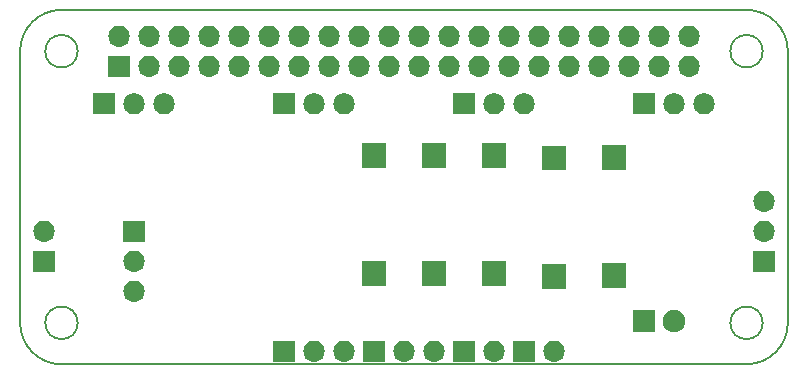
<source format=gbs>
G04 #@! TF.GenerationSoftware,KiCad,Pcbnew,(5.0.2)*
G04 #@! TF.CreationDate,2020-11-06T15:24:57+00:00*
G04 #@! TF.ProjectId,alto,616c746f-2e6b-4696-9361-645f70636258,rev?*
G04 #@! TF.SameCoordinates,Original*
G04 #@! TF.FileFunction,Soldermask,Bot*
G04 #@! TF.FilePolarity,Negative*
%FSLAX46Y46*%
G04 Gerber Fmt 4.6, Leading zero omitted, Abs format (unit mm)*
G04 Created by KiCad (PCBNEW (5.0.2)) date Fri 06 Nov 2020 15:24:57 GMT*
%MOMM*%
%LPD*%
G01*
G04 APERTURE LIST*
%ADD10C,0.150000*%
%ADD11C,0.100000*%
G04 APERTURE END LIST*
D10*
X157000000Y-80000000D02*
X161500000Y-80000000D01*
X103500000Y-80000000D02*
X157000000Y-80000000D01*
X104875000Y-76500000D02*
G75*
G03X104875000Y-76500000I-1375000J0D01*
G01*
X162875000Y-76500000D02*
G75*
G03X162875000Y-76500000I-1375000J0D01*
G01*
X100000000Y-76500000D02*
X100000000Y-53500000D01*
X165000000Y-53500000D02*
X165000000Y-76500000D01*
X103500000Y-50000000D02*
X161500000Y-50000000D01*
X103500000Y-80000000D02*
G75*
G02X100000000Y-76500000I0J3500000D01*
G01*
X165000000Y-76500000D02*
G75*
G02X161500000Y-80000000I-3500000J0D01*
G01*
X100000000Y-53500000D02*
G75*
G02X103500000Y-50000000I3500000J0D01*
G01*
X161500000Y-50000000D02*
G75*
G02X165000000Y-53500000I0J-3500000D01*
G01*
X162875000Y-53500000D02*
G75*
G03X162875000Y-53500000I-1375000J0D01*
G01*
X104875000Y-53500000D02*
G75*
G03X104875000Y-53500000I-1375000J0D01*
G01*
D11*
G36*
X145310442Y-78005518D02*
X145376627Y-78012037D01*
X145489853Y-78046384D01*
X145546467Y-78063557D01*
X145685087Y-78137652D01*
X145702991Y-78147222D01*
X145738729Y-78176552D01*
X145840186Y-78259814D01*
X145923448Y-78361271D01*
X145952778Y-78397009D01*
X145952779Y-78397011D01*
X146036443Y-78553533D01*
X146036443Y-78553534D01*
X146087963Y-78723373D01*
X146105359Y-78900000D01*
X146087963Y-79076627D01*
X146053616Y-79189853D01*
X146036443Y-79246467D01*
X145962348Y-79385087D01*
X145952778Y-79402991D01*
X145923448Y-79438729D01*
X145840186Y-79540186D01*
X145738729Y-79623448D01*
X145702991Y-79652778D01*
X145702989Y-79652779D01*
X145546467Y-79736443D01*
X145489853Y-79753616D01*
X145376627Y-79787963D01*
X145310442Y-79794482D01*
X145244260Y-79801000D01*
X145155740Y-79801000D01*
X145089558Y-79794482D01*
X145023373Y-79787963D01*
X144910147Y-79753616D01*
X144853533Y-79736443D01*
X144697011Y-79652779D01*
X144697009Y-79652778D01*
X144661271Y-79623448D01*
X144559814Y-79540186D01*
X144476552Y-79438729D01*
X144447222Y-79402991D01*
X144437652Y-79385087D01*
X144363557Y-79246467D01*
X144346384Y-79189853D01*
X144312037Y-79076627D01*
X144294641Y-78900000D01*
X144312037Y-78723373D01*
X144363557Y-78553534D01*
X144363557Y-78553533D01*
X144447221Y-78397011D01*
X144447222Y-78397009D01*
X144476552Y-78361271D01*
X144559814Y-78259814D01*
X144661271Y-78176552D01*
X144697009Y-78147222D01*
X144714913Y-78137652D01*
X144853533Y-78063557D01*
X144910147Y-78046384D01*
X145023373Y-78012037D01*
X145089558Y-78005518D01*
X145155740Y-77999000D01*
X145244260Y-77999000D01*
X145310442Y-78005518D01*
X145310442Y-78005518D01*
G37*
G36*
X143561000Y-79801000D02*
X141759000Y-79801000D01*
X141759000Y-77999000D01*
X143561000Y-77999000D01*
X143561000Y-79801000D01*
X143561000Y-79801000D01*
G37*
G36*
X140230442Y-78005518D02*
X140296627Y-78012037D01*
X140409853Y-78046384D01*
X140466467Y-78063557D01*
X140605087Y-78137652D01*
X140622991Y-78147222D01*
X140658729Y-78176552D01*
X140760186Y-78259814D01*
X140843448Y-78361271D01*
X140872778Y-78397009D01*
X140872779Y-78397011D01*
X140956443Y-78553533D01*
X140956443Y-78553534D01*
X141007963Y-78723373D01*
X141025359Y-78900000D01*
X141007963Y-79076627D01*
X140973616Y-79189853D01*
X140956443Y-79246467D01*
X140882348Y-79385087D01*
X140872778Y-79402991D01*
X140843448Y-79438729D01*
X140760186Y-79540186D01*
X140658729Y-79623448D01*
X140622991Y-79652778D01*
X140622989Y-79652779D01*
X140466467Y-79736443D01*
X140409853Y-79753616D01*
X140296627Y-79787963D01*
X140230442Y-79794482D01*
X140164260Y-79801000D01*
X140075740Y-79801000D01*
X140009558Y-79794482D01*
X139943373Y-79787963D01*
X139830147Y-79753616D01*
X139773533Y-79736443D01*
X139617011Y-79652779D01*
X139617009Y-79652778D01*
X139581271Y-79623448D01*
X139479814Y-79540186D01*
X139396552Y-79438729D01*
X139367222Y-79402991D01*
X139357652Y-79385087D01*
X139283557Y-79246467D01*
X139266384Y-79189853D01*
X139232037Y-79076627D01*
X139214641Y-78900000D01*
X139232037Y-78723373D01*
X139283557Y-78553534D01*
X139283557Y-78553533D01*
X139367221Y-78397011D01*
X139367222Y-78397009D01*
X139396552Y-78361271D01*
X139479814Y-78259814D01*
X139581271Y-78176552D01*
X139617009Y-78147222D01*
X139634913Y-78137652D01*
X139773533Y-78063557D01*
X139830147Y-78046384D01*
X139943373Y-78012037D01*
X140009558Y-78005518D01*
X140075740Y-77999000D01*
X140164260Y-77999000D01*
X140230442Y-78005518D01*
X140230442Y-78005518D01*
G37*
G36*
X138481000Y-79801000D02*
X136679000Y-79801000D01*
X136679000Y-77999000D01*
X138481000Y-77999000D01*
X138481000Y-79801000D01*
X138481000Y-79801000D01*
G37*
G36*
X127530442Y-78005518D02*
X127596627Y-78012037D01*
X127709853Y-78046384D01*
X127766467Y-78063557D01*
X127905087Y-78137652D01*
X127922991Y-78147222D01*
X127958729Y-78176552D01*
X128060186Y-78259814D01*
X128143448Y-78361271D01*
X128172778Y-78397009D01*
X128172779Y-78397011D01*
X128256443Y-78553533D01*
X128256443Y-78553534D01*
X128307963Y-78723373D01*
X128325359Y-78900000D01*
X128307963Y-79076627D01*
X128273616Y-79189853D01*
X128256443Y-79246467D01*
X128182348Y-79385087D01*
X128172778Y-79402991D01*
X128143448Y-79438729D01*
X128060186Y-79540186D01*
X127958729Y-79623448D01*
X127922991Y-79652778D01*
X127922989Y-79652779D01*
X127766467Y-79736443D01*
X127709853Y-79753616D01*
X127596627Y-79787963D01*
X127530442Y-79794482D01*
X127464260Y-79801000D01*
X127375740Y-79801000D01*
X127309558Y-79794482D01*
X127243373Y-79787963D01*
X127130147Y-79753616D01*
X127073533Y-79736443D01*
X126917011Y-79652779D01*
X126917009Y-79652778D01*
X126881271Y-79623448D01*
X126779814Y-79540186D01*
X126696552Y-79438729D01*
X126667222Y-79402991D01*
X126657652Y-79385087D01*
X126583557Y-79246467D01*
X126566384Y-79189853D01*
X126532037Y-79076627D01*
X126514641Y-78900000D01*
X126532037Y-78723373D01*
X126583557Y-78553534D01*
X126583557Y-78553533D01*
X126667221Y-78397011D01*
X126667222Y-78397009D01*
X126696552Y-78361271D01*
X126779814Y-78259814D01*
X126881271Y-78176552D01*
X126917009Y-78147222D01*
X126934913Y-78137652D01*
X127073533Y-78063557D01*
X127130147Y-78046384D01*
X127243373Y-78012037D01*
X127309558Y-78005518D01*
X127375740Y-77999000D01*
X127464260Y-77999000D01*
X127530442Y-78005518D01*
X127530442Y-78005518D01*
G37*
G36*
X124990442Y-78005518D02*
X125056627Y-78012037D01*
X125169853Y-78046384D01*
X125226467Y-78063557D01*
X125365087Y-78137652D01*
X125382991Y-78147222D01*
X125418729Y-78176552D01*
X125520186Y-78259814D01*
X125603448Y-78361271D01*
X125632778Y-78397009D01*
X125632779Y-78397011D01*
X125716443Y-78553533D01*
X125716443Y-78553534D01*
X125767963Y-78723373D01*
X125785359Y-78900000D01*
X125767963Y-79076627D01*
X125733616Y-79189853D01*
X125716443Y-79246467D01*
X125642348Y-79385087D01*
X125632778Y-79402991D01*
X125603448Y-79438729D01*
X125520186Y-79540186D01*
X125418729Y-79623448D01*
X125382991Y-79652778D01*
X125382989Y-79652779D01*
X125226467Y-79736443D01*
X125169853Y-79753616D01*
X125056627Y-79787963D01*
X124990442Y-79794482D01*
X124924260Y-79801000D01*
X124835740Y-79801000D01*
X124769558Y-79794482D01*
X124703373Y-79787963D01*
X124590147Y-79753616D01*
X124533533Y-79736443D01*
X124377011Y-79652779D01*
X124377009Y-79652778D01*
X124341271Y-79623448D01*
X124239814Y-79540186D01*
X124156552Y-79438729D01*
X124127222Y-79402991D01*
X124117652Y-79385087D01*
X124043557Y-79246467D01*
X124026384Y-79189853D01*
X123992037Y-79076627D01*
X123974641Y-78900000D01*
X123992037Y-78723373D01*
X124043557Y-78553534D01*
X124043557Y-78553533D01*
X124127221Y-78397011D01*
X124127222Y-78397009D01*
X124156552Y-78361271D01*
X124239814Y-78259814D01*
X124341271Y-78176552D01*
X124377009Y-78147222D01*
X124394913Y-78137652D01*
X124533533Y-78063557D01*
X124590147Y-78046384D01*
X124703373Y-78012037D01*
X124769558Y-78005518D01*
X124835740Y-77999000D01*
X124924260Y-77999000D01*
X124990442Y-78005518D01*
X124990442Y-78005518D01*
G37*
G36*
X123241000Y-79801000D02*
X121439000Y-79801000D01*
X121439000Y-77999000D01*
X123241000Y-77999000D01*
X123241000Y-79801000D01*
X123241000Y-79801000D01*
G37*
G36*
X135150442Y-78005518D02*
X135216627Y-78012037D01*
X135329853Y-78046384D01*
X135386467Y-78063557D01*
X135525087Y-78137652D01*
X135542991Y-78147222D01*
X135578729Y-78176552D01*
X135680186Y-78259814D01*
X135763448Y-78361271D01*
X135792778Y-78397009D01*
X135792779Y-78397011D01*
X135876443Y-78553533D01*
X135876443Y-78553534D01*
X135927963Y-78723373D01*
X135945359Y-78900000D01*
X135927963Y-79076627D01*
X135893616Y-79189853D01*
X135876443Y-79246467D01*
X135802348Y-79385087D01*
X135792778Y-79402991D01*
X135763448Y-79438729D01*
X135680186Y-79540186D01*
X135578729Y-79623448D01*
X135542991Y-79652778D01*
X135542989Y-79652779D01*
X135386467Y-79736443D01*
X135329853Y-79753616D01*
X135216627Y-79787963D01*
X135150442Y-79794482D01*
X135084260Y-79801000D01*
X134995740Y-79801000D01*
X134929558Y-79794482D01*
X134863373Y-79787963D01*
X134750147Y-79753616D01*
X134693533Y-79736443D01*
X134537011Y-79652779D01*
X134537009Y-79652778D01*
X134501271Y-79623448D01*
X134399814Y-79540186D01*
X134316552Y-79438729D01*
X134287222Y-79402991D01*
X134277652Y-79385087D01*
X134203557Y-79246467D01*
X134186384Y-79189853D01*
X134152037Y-79076627D01*
X134134641Y-78900000D01*
X134152037Y-78723373D01*
X134203557Y-78553534D01*
X134203557Y-78553533D01*
X134287221Y-78397011D01*
X134287222Y-78397009D01*
X134316552Y-78361271D01*
X134399814Y-78259814D01*
X134501271Y-78176552D01*
X134537009Y-78147222D01*
X134554913Y-78137652D01*
X134693533Y-78063557D01*
X134750147Y-78046384D01*
X134863373Y-78012037D01*
X134929558Y-78005518D01*
X134995740Y-77999000D01*
X135084260Y-77999000D01*
X135150442Y-78005518D01*
X135150442Y-78005518D01*
G37*
G36*
X130861000Y-79801000D02*
X129059000Y-79801000D01*
X129059000Y-77999000D01*
X130861000Y-77999000D01*
X130861000Y-79801000D01*
X130861000Y-79801000D01*
G37*
G36*
X132610442Y-78005518D02*
X132676627Y-78012037D01*
X132789853Y-78046384D01*
X132846467Y-78063557D01*
X132985087Y-78137652D01*
X133002991Y-78147222D01*
X133038729Y-78176552D01*
X133140186Y-78259814D01*
X133223448Y-78361271D01*
X133252778Y-78397009D01*
X133252779Y-78397011D01*
X133336443Y-78553533D01*
X133336443Y-78553534D01*
X133387963Y-78723373D01*
X133405359Y-78900000D01*
X133387963Y-79076627D01*
X133353616Y-79189853D01*
X133336443Y-79246467D01*
X133262348Y-79385087D01*
X133252778Y-79402991D01*
X133223448Y-79438729D01*
X133140186Y-79540186D01*
X133038729Y-79623448D01*
X133002991Y-79652778D01*
X133002989Y-79652779D01*
X132846467Y-79736443D01*
X132789853Y-79753616D01*
X132676627Y-79787963D01*
X132610442Y-79794482D01*
X132544260Y-79801000D01*
X132455740Y-79801000D01*
X132389558Y-79794482D01*
X132323373Y-79787963D01*
X132210147Y-79753616D01*
X132153533Y-79736443D01*
X131997011Y-79652779D01*
X131997009Y-79652778D01*
X131961271Y-79623448D01*
X131859814Y-79540186D01*
X131776552Y-79438729D01*
X131747222Y-79402991D01*
X131737652Y-79385087D01*
X131663557Y-79246467D01*
X131646384Y-79189853D01*
X131612037Y-79076627D01*
X131594641Y-78900000D01*
X131612037Y-78723373D01*
X131663557Y-78553534D01*
X131663557Y-78553533D01*
X131747221Y-78397011D01*
X131747222Y-78397009D01*
X131776552Y-78361271D01*
X131859814Y-78259814D01*
X131961271Y-78176552D01*
X131997009Y-78147222D01*
X132014913Y-78137652D01*
X132153533Y-78063557D01*
X132210147Y-78046384D01*
X132323373Y-78012037D01*
X132389558Y-78005518D01*
X132455740Y-77999000D01*
X132544260Y-77999000D01*
X132610442Y-78005518D01*
X132610442Y-78005518D01*
G37*
G36*
X155637396Y-75445546D02*
X155810466Y-75517234D01*
X155966230Y-75621312D01*
X156098688Y-75753770D01*
X156202766Y-75909534D01*
X156274454Y-76082604D01*
X156311000Y-76266333D01*
X156311000Y-76453667D01*
X156274454Y-76637396D01*
X156202766Y-76810466D01*
X156098688Y-76966230D01*
X155966230Y-77098688D01*
X155810466Y-77202766D01*
X155637396Y-77274454D01*
X155453667Y-77311000D01*
X155266333Y-77311000D01*
X155082604Y-77274454D01*
X154909534Y-77202766D01*
X154753770Y-77098688D01*
X154621312Y-76966230D01*
X154517234Y-76810466D01*
X154445546Y-76637396D01*
X154409000Y-76453667D01*
X154409000Y-76266333D01*
X154445546Y-76082604D01*
X154517234Y-75909534D01*
X154621312Y-75753770D01*
X154753770Y-75621312D01*
X154909534Y-75517234D01*
X155082604Y-75445546D01*
X155266333Y-75409000D01*
X155453667Y-75409000D01*
X155637396Y-75445546D01*
X155637396Y-75445546D01*
G37*
G36*
X153771000Y-77311000D02*
X151869000Y-77311000D01*
X151869000Y-75409000D01*
X153771000Y-75409000D01*
X153771000Y-77311000D01*
X153771000Y-77311000D01*
G37*
G36*
X109750443Y-72925519D02*
X109816627Y-72932037D01*
X109929853Y-72966384D01*
X109986467Y-72983557D01*
X110125087Y-73057652D01*
X110142991Y-73067222D01*
X110178729Y-73096552D01*
X110280186Y-73179814D01*
X110363448Y-73281271D01*
X110392778Y-73317009D01*
X110392779Y-73317011D01*
X110476443Y-73473533D01*
X110476443Y-73473534D01*
X110527963Y-73643373D01*
X110545359Y-73820000D01*
X110527963Y-73996627D01*
X110493616Y-74109853D01*
X110476443Y-74166467D01*
X110402348Y-74305087D01*
X110392778Y-74322991D01*
X110363448Y-74358729D01*
X110280186Y-74460186D01*
X110178729Y-74543448D01*
X110142991Y-74572778D01*
X110142989Y-74572779D01*
X109986467Y-74656443D01*
X109929853Y-74673616D01*
X109816627Y-74707963D01*
X109750442Y-74714482D01*
X109684260Y-74721000D01*
X109595740Y-74721000D01*
X109529558Y-74714482D01*
X109463373Y-74707963D01*
X109350147Y-74673616D01*
X109293533Y-74656443D01*
X109137011Y-74572779D01*
X109137009Y-74572778D01*
X109101271Y-74543448D01*
X108999814Y-74460186D01*
X108916552Y-74358729D01*
X108887222Y-74322991D01*
X108877652Y-74305087D01*
X108803557Y-74166467D01*
X108786384Y-74109853D01*
X108752037Y-73996627D01*
X108734641Y-73820000D01*
X108752037Y-73643373D01*
X108803557Y-73473534D01*
X108803557Y-73473533D01*
X108887221Y-73317011D01*
X108887222Y-73317009D01*
X108916552Y-73281271D01*
X108999814Y-73179814D01*
X109101271Y-73096552D01*
X109137009Y-73067222D01*
X109154913Y-73057652D01*
X109293533Y-72983557D01*
X109350147Y-72966384D01*
X109463373Y-72932037D01*
X109529557Y-72925519D01*
X109595740Y-72919000D01*
X109684260Y-72919000D01*
X109750443Y-72925519D01*
X109750443Y-72925519D01*
G37*
G36*
X146250490Y-73600490D02*
X144149510Y-73600490D01*
X144149510Y-71499510D01*
X146250490Y-71499510D01*
X146250490Y-73600490D01*
X146250490Y-73600490D01*
G37*
G36*
X151330490Y-73521750D02*
X149229510Y-73521750D01*
X149229510Y-71420770D01*
X151330490Y-71420770D01*
X151330490Y-73521750D01*
X151330490Y-73521750D01*
G37*
G36*
X136090490Y-73394750D02*
X133989510Y-73394750D01*
X133989510Y-71293770D01*
X136090490Y-71293770D01*
X136090490Y-73394750D01*
X136090490Y-73394750D01*
G37*
G36*
X131010490Y-73394750D02*
X128909510Y-73394750D01*
X128909510Y-71293770D01*
X131010490Y-71293770D01*
X131010490Y-73394750D01*
X131010490Y-73394750D01*
G37*
G36*
X141170490Y-73394750D02*
X139069510Y-73394750D01*
X139069510Y-71293770D01*
X141170490Y-71293770D01*
X141170490Y-73394750D01*
X141170490Y-73394750D01*
G37*
G36*
X102921000Y-72181000D02*
X101119000Y-72181000D01*
X101119000Y-70379000D01*
X102921000Y-70379000D01*
X102921000Y-72181000D01*
X102921000Y-72181000D01*
G37*
G36*
X163881000Y-72181000D02*
X162079000Y-72181000D01*
X162079000Y-70379000D01*
X163881000Y-70379000D01*
X163881000Y-72181000D01*
X163881000Y-72181000D01*
G37*
G36*
X109750442Y-70385518D02*
X109816627Y-70392037D01*
X109929853Y-70426384D01*
X109986467Y-70443557D01*
X110125087Y-70517652D01*
X110142991Y-70527222D01*
X110178729Y-70556552D01*
X110280186Y-70639814D01*
X110363448Y-70741271D01*
X110392778Y-70777009D01*
X110392779Y-70777011D01*
X110476443Y-70933533D01*
X110476443Y-70933534D01*
X110527963Y-71103373D01*
X110545359Y-71280000D01*
X110527963Y-71456627D01*
X110493616Y-71569853D01*
X110476443Y-71626467D01*
X110402348Y-71765087D01*
X110392778Y-71782991D01*
X110363448Y-71818729D01*
X110280186Y-71920186D01*
X110178729Y-72003448D01*
X110142991Y-72032778D01*
X110142989Y-72032779D01*
X109986467Y-72116443D01*
X109929853Y-72133616D01*
X109816627Y-72167963D01*
X109750443Y-72174481D01*
X109684260Y-72181000D01*
X109595740Y-72181000D01*
X109529557Y-72174481D01*
X109463373Y-72167963D01*
X109350147Y-72133616D01*
X109293533Y-72116443D01*
X109137011Y-72032779D01*
X109137009Y-72032778D01*
X109101271Y-72003448D01*
X108999814Y-71920186D01*
X108916552Y-71818729D01*
X108887222Y-71782991D01*
X108877652Y-71765087D01*
X108803557Y-71626467D01*
X108786384Y-71569853D01*
X108752037Y-71456627D01*
X108734641Y-71280000D01*
X108752037Y-71103373D01*
X108803557Y-70933534D01*
X108803557Y-70933533D01*
X108887221Y-70777011D01*
X108887222Y-70777009D01*
X108916552Y-70741271D01*
X108999814Y-70639814D01*
X109101271Y-70556552D01*
X109137009Y-70527222D01*
X109154913Y-70517652D01*
X109293533Y-70443557D01*
X109350147Y-70426384D01*
X109463373Y-70392037D01*
X109529558Y-70385518D01*
X109595740Y-70379000D01*
X109684260Y-70379000D01*
X109750442Y-70385518D01*
X109750442Y-70385518D01*
G37*
G36*
X102130442Y-67845518D02*
X102196627Y-67852037D01*
X102309853Y-67886384D01*
X102366467Y-67903557D01*
X102505087Y-67977652D01*
X102522991Y-67987222D01*
X102558729Y-68016552D01*
X102660186Y-68099814D01*
X102743448Y-68201271D01*
X102772778Y-68237009D01*
X102772779Y-68237011D01*
X102856443Y-68393533D01*
X102856443Y-68393534D01*
X102907963Y-68563373D01*
X102925359Y-68740000D01*
X102907963Y-68916627D01*
X102873616Y-69029853D01*
X102856443Y-69086467D01*
X102782348Y-69225087D01*
X102772778Y-69242991D01*
X102743448Y-69278729D01*
X102660186Y-69380186D01*
X102558729Y-69463448D01*
X102522991Y-69492778D01*
X102522989Y-69492779D01*
X102366467Y-69576443D01*
X102309853Y-69593616D01*
X102196627Y-69627963D01*
X102130442Y-69634482D01*
X102064260Y-69641000D01*
X101975740Y-69641000D01*
X101909558Y-69634482D01*
X101843373Y-69627963D01*
X101730147Y-69593616D01*
X101673533Y-69576443D01*
X101517011Y-69492779D01*
X101517009Y-69492778D01*
X101481271Y-69463448D01*
X101379814Y-69380186D01*
X101296552Y-69278729D01*
X101267222Y-69242991D01*
X101257652Y-69225087D01*
X101183557Y-69086467D01*
X101166384Y-69029853D01*
X101132037Y-68916627D01*
X101114641Y-68740000D01*
X101132037Y-68563373D01*
X101183557Y-68393534D01*
X101183557Y-68393533D01*
X101267221Y-68237011D01*
X101267222Y-68237009D01*
X101296552Y-68201271D01*
X101379814Y-68099814D01*
X101481271Y-68016552D01*
X101517009Y-67987222D01*
X101534913Y-67977652D01*
X101673533Y-67903557D01*
X101730147Y-67886384D01*
X101843373Y-67852037D01*
X101909558Y-67845518D01*
X101975740Y-67839000D01*
X102064260Y-67839000D01*
X102130442Y-67845518D01*
X102130442Y-67845518D01*
G37*
G36*
X110541000Y-69641000D02*
X108739000Y-69641000D01*
X108739000Y-67839000D01*
X110541000Y-67839000D01*
X110541000Y-69641000D01*
X110541000Y-69641000D01*
G37*
G36*
X163090442Y-67845518D02*
X163156627Y-67852037D01*
X163269853Y-67886384D01*
X163326467Y-67903557D01*
X163465087Y-67977652D01*
X163482991Y-67987222D01*
X163518729Y-68016552D01*
X163620186Y-68099814D01*
X163703448Y-68201271D01*
X163732778Y-68237009D01*
X163732779Y-68237011D01*
X163816443Y-68393533D01*
X163816443Y-68393534D01*
X163867963Y-68563373D01*
X163885359Y-68740000D01*
X163867963Y-68916627D01*
X163833616Y-69029853D01*
X163816443Y-69086467D01*
X163742348Y-69225087D01*
X163732778Y-69242991D01*
X163703448Y-69278729D01*
X163620186Y-69380186D01*
X163518729Y-69463448D01*
X163482991Y-69492778D01*
X163482989Y-69492779D01*
X163326467Y-69576443D01*
X163269853Y-69593616D01*
X163156627Y-69627963D01*
X163090442Y-69634482D01*
X163024260Y-69641000D01*
X162935740Y-69641000D01*
X162869558Y-69634482D01*
X162803373Y-69627963D01*
X162690147Y-69593616D01*
X162633533Y-69576443D01*
X162477011Y-69492779D01*
X162477009Y-69492778D01*
X162441271Y-69463448D01*
X162339814Y-69380186D01*
X162256552Y-69278729D01*
X162227222Y-69242991D01*
X162217652Y-69225087D01*
X162143557Y-69086467D01*
X162126384Y-69029853D01*
X162092037Y-68916627D01*
X162074641Y-68740000D01*
X162092037Y-68563373D01*
X162143557Y-68393534D01*
X162143557Y-68393533D01*
X162227221Y-68237011D01*
X162227222Y-68237009D01*
X162256552Y-68201271D01*
X162339814Y-68099814D01*
X162441271Y-68016552D01*
X162477009Y-67987222D01*
X162494913Y-67977652D01*
X162633533Y-67903557D01*
X162690147Y-67886384D01*
X162803373Y-67852037D01*
X162869558Y-67845518D01*
X162935740Y-67839000D01*
X163024260Y-67839000D01*
X163090442Y-67845518D01*
X163090442Y-67845518D01*
G37*
G36*
X163090442Y-65305518D02*
X163156627Y-65312037D01*
X163269853Y-65346384D01*
X163326467Y-65363557D01*
X163465087Y-65437652D01*
X163482991Y-65447222D01*
X163518729Y-65476552D01*
X163620186Y-65559814D01*
X163703448Y-65661271D01*
X163732778Y-65697009D01*
X163732779Y-65697011D01*
X163816443Y-65853533D01*
X163816443Y-65853534D01*
X163867963Y-66023373D01*
X163885359Y-66200000D01*
X163867963Y-66376627D01*
X163833616Y-66489853D01*
X163816443Y-66546467D01*
X163742348Y-66685087D01*
X163732778Y-66702991D01*
X163703448Y-66738729D01*
X163620186Y-66840186D01*
X163518729Y-66923448D01*
X163482991Y-66952778D01*
X163482989Y-66952779D01*
X163326467Y-67036443D01*
X163269853Y-67053616D01*
X163156627Y-67087963D01*
X163090443Y-67094481D01*
X163024260Y-67101000D01*
X162935740Y-67101000D01*
X162869557Y-67094481D01*
X162803373Y-67087963D01*
X162690147Y-67053616D01*
X162633533Y-67036443D01*
X162477011Y-66952779D01*
X162477009Y-66952778D01*
X162441271Y-66923448D01*
X162339814Y-66840186D01*
X162256552Y-66738729D01*
X162227222Y-66702991D01*
X162217652Y-66685087D01*
X162143557Y-66546467D01*
X162126384Y-66489853D01*
X162092037Y-66376627D01*
X162074641Y-66200000D01*
X162092037Y-66023373D01*
X162143557Y-65853534D01*
X162143557Y-65853533D01*
X162227221Y-65697011D01*
X162227222Y-65697009D01*
X162256552Y-65661271D01*
X162339814Y-65559814D01*
X162441271Y-65476552D01*
X162477009Y-65447222D01*
X162494913Y-65437652D01*
X162633533Y-65363557D01*
X162690147Y-65346384D01*
X162803373Y-65312037D01*
X162869558Y-65305518D01*
X162935740Y-65299000D01*
X163024260Y-65299000D01*
X163090442Y-65305518D01*
X163090442Y-65305518D01*
G37*
G36*
X146250490Y-63597970D02*
X144149510Y-63597970D01*
X144149510Y-61496990D01*
X146250490Y-61496990D01*
X146250490Y-63597970D01*
X146250490Y-63597970D01*
G37*
G36*
X151330490Y-63519230D02*
X149229510Y-63519230D01*
X149229510Y-61418250D01*
X151330490Y-61418250D01*
X151330490Y-63519230D01*
X151330490Y-63519230D01*
G37*
G36*
X141170490Y-63392230D02*
X139069510Y-63392230D01*
X139069510Y-61291250D01*
X141170490Y-61291250D01*
X141170490Y-63392230D01*
X141170490Y-63392230D01*
G37*
G36*
X131010490Y-63392230D02*
X128909510Y-63392230D01*
X128909510Y-61291250D01*
X131010490Y-61291250D01*
X131010490Y-63392230D01*
X131010490Y-63392230D01*
G37*
G36*
X136090490Y-63392230D02*
X133989510Y-63392230D01*
X133989510Y-61291250D01*
X136090490Y-61291250D01*
X136090490Y-63392230D01*
X136090490Y-63392230D01*
G37*
G36*
X142770443Y-57050519D02*
X142836627Y-57057037D01*
X142949853Y-57091384D01*
X143006467Y-57108557D01*
X143145087Y-57182652D01*
X143162991Y-57192222D01*
X143198729Y-57221552D01*
X143300186Y-57304814D01*
X143383448Y-57406271D01*
X143412778Y-57442009D01*
X143412779Y-57442011D01*
X143496443Y-57598533D01*
X143496443Y-57598534D01*
X143547963Y-57768373D01*
X143565359Y-57945000D01*
X143547963Y-58121627D01*
X143513616Y-58234853D01*
X143496443Y-58291467D01*
X143422348Y-58430087D01*
X143412778Y-58447991D01*
X143383448Y-58483729D01*
X143300186Y-58585186D01*
X143198729Y-58668448D01*
X143162991Y-58697778D01*
X143162989Y-58697779D01*
X143006467Y-58781443D01*
X142949853Y-58798616D01*
X142836627Y-58832963D01*
X142770442Y-58839482D01*
X142704260Y-58846000D01*
X142615740Y-58846000D01*
X142549558Y-58839482D01*
X142483373Y-58832963D01*
X142370147Y-58798616D01*
X142313533Y-58781443D01*
X142157011Y-58697779D01*
X142157009Y-58697778D01*
X142121271Y-58668448D01*
X142019814Y-58585186D01*
X141936552Y-58483729D01*
X141907222Y-58447991D01*
X141897652Y-58430087D01*
X141823557Y-58291467D01*
X141806384Y-58234853D01*
X141772037Y-58121627D01*
X141754641Y-57945000D01*
X141772037Y-57768373D01*
X141823557Y-57598534D01*
X141823557Y-57598533D01*
X141907221Y-57442011D01*
X141907222Y-57442009D01*
X141936552Y-57406271D01*
X142019814Y-57304814D01*
X142121271Y-57221552D01*
X142157009Y-57192222D01*
X142174913Y-57182652D01*
X142313533Y-57108557D01*
X142370147Y-57091384D01*
X142483373Y-57057037D01*
X142549557Y-57050519D01*
X142615740Y-57044000D01*
X142704260Y-57044000D01*
X142770443Y-57050519D01*
X142770443Y-57050519D01*
G37*
G36*
X140230443Y-57050519D02*
X140296627Y-57057037D01*
X140409853Y-57091384D01*
X140466467Y-57108557D01*
X140605087Y-57182652D01*
X140622991Y-57192222D01*
X140658729Y-57221552D01*
X140760186Y-57304814D01*
X140843448Y-57406271D01*
X140872778Y-57442009D01*
X140872779Y-57442011D01*
X140956443Y-57598533D01*
X140956443Y-57598534D01*
X141007963Y-57768373D01*
X141025359Y-57945000D01*
X141007963Y-58121627D01*
X140973616Y-58234853D01*
X140956443Y-58291467D01*
X140882348Y-58430087D01*
X140872778Y-58447991D01*
X140843448Y-58483729D01*
X140760186Y-58585186D01*
X140658729Y-58668448D01*
X140622991Y-58697778D01*
X140622989Y-58697779D01*
X140466467Y-58781443D01*
X140409853Y-58798616D01*
X140296627Y-58832963D01*
X140230442Y-58839482D01*
X140164260Y-58846000D01*
X140075740Y-58846000D01*
X140009558Y-58839482D01*
X139943373Y-58832963D01*
X139830147Y-58798616D01*
X139773533Y-58781443D01*
X139617011Y-58697779D01*
X139617009Y-58697778D01*
X139581271Y-58668448D01*
X139479814Y-58585186D01*
X139396552Y-58483729D01*
X139367222Y-58447991D01*
X139357652Y-58430087D01*
X139283557Y-58291467D01*
X139266384Y-58234853D01*
X139232037Y-58121627D01*
X139214641Y-57945000D01*
X139232037Y-57768373D01*
X139283557Y-57598534D01*
X139283557Y-57598533D01*
X139367221Y-57442011D01*
X139367222Y-57442009D01*
X139396552Y-57406271D01*
X139479814Y-57304814D01*
X139581271Y-57221552D01*
X139617009Y-57192222D01*
X139634913Y-57182652D01*
X139773533Y-57108557D01*
X139830147Y-57091384D01*
X139943373Y-57057037D01*
X140009557Y-57050519D01*
X140075740Y-57044000D01*
X140164260Y-57044000D01*
X140230443Y-57050519D01*
X140230443Y-57050519D01*
G37*
G36*
X138481000Y-58846000D02*
X136679000Y-58846000D01*
X136679000Y-57044000D01*
X138481000Y-57044000D01*
X138481000Y-58846000D01*
X138481000Y-58846000D01*
G37*
G36*
X153721000Y-58846000D02*
X151919000Y-58846000D01*
X151919000Y-57044000D01*
X153721000Y-57044000D01*
X153721000Y-58846000D01*
X153721000Y-58846000D01*
G37*
G36*
X155470443Y-57050519D02*
X155536627Y-57057037D01*
X155649853Y-57091384D01*
X155706467Y-57108557D01*
X155845087Y-57182652D01*
X155862991Y-57192222D01*
X155898729Y-57221552D01*
X156000186Y-57304814D01*
X156083448Y-57406271D01*
X156112778Y-57442009D01*
X156112779Y-57442011D01*
X156196443Y-57598533D01*
X156196443Y-57598534D01*
X156247963Y-57768373D01*
X156265359Y-57945000D01*
X156247963Y-58121627D01*
X156213616Y-58234853D01*
X156196443Y-58291467D01*
X156122348Y-58430087D01*
X156112778Y-58447991D01*
X156083448Y-58483729D01*
X156000186Y-58585186D01*
X155898729Y-58668448D01*
X155862991Y-58697778D01*
X155862989Y-58697779D01*
X155706467Y-58781443D01*
X155649853Y-58798616D01*
X155536627Y-58832963D01*
X155470442Y-58839482D01*
X155404260Y-58846000D01*
X155315740Y-58846000D01*
X155249558Y-58839482D01*
X155183373Y-58832963D01*
X155070147Y-58798616D01*
X155013533Y-58781443D01*
X154857011Y-58697779D01*
X154857009Y-58697778D01*
X154821271Y-58668448D01*
X154719814Y-58585186D01*
X154636552Y-58483729D01*
X154607222Y-58447991D01*
X154597652Y-58430087D01*
X154523557Y-58291467D01*
X154506384Y-58234853D01*
X154472037Y-58121627D01*
X154454641Y-57945000D01*
X154472037Y-57768373D01*
X154523557Y-57598534D01*
X154523557Y-57598533D01*
X154607221Y-57442011D01*
X154607222Y-57442009D01*
X154636552Y-57406271D01*
X154719814Y-57304814D01*
X154821271Y-57221552D01*
X154857009Y-57192222D01*
X154874913Y-57182652D01*
X155013533Y-57108557D01*
X155070147Y-57091384D01*
X155183373Y-57057037D01*
X155249557Y-57050519D01*
X155315740Y-57044000D01*
X155404260Y-57044000D01*
X155470443Y-57050519D01*
X155470443Y-57050519D01*
G37*
G36*
X158010443Y-57050519D02*
X158076627Y-57057037D01*
X158189853Y-57091384D01*
X158246467Y-57108557D01*
X158385087Y-57182652D01*
X158402991Y-57192222D01*
X158438729Y-57221552D01*
X158540186Y-57304814D01*
X158623448Y-57406271D01*
X158652778Y-57442009D01*
X158652779Y-57442011D01*
X158736443Y-57598533D01*
X158736443Y-57598534D01*
X158787963Y-57768373D01*
X158805359Y-57945000D01*
X158787963Y-58121627D01*
X158753616Y-58234853D01*
X158736443Y-58291467D01*
X158662348Y-58430087D01*
X158652778Y-58447991D01*
X158623448Y-58483729D01*
X158540186Y-58585186D01*
X158438729Y-58668448D01*
X158402991Y-58697778D01*
X158402989Y-58697779D01*
X158246467Y-58781443D01*
X158189853Y-58798616D01*
X158076627Y-58832963D01*
X158010442Y-58839482D01*
X157944260Y-58846000D01*
X157855740Y-58846000D01*
X157789558Y-58839482D01*
X157723373Y-58832963D01*
X157610147Y-58798616D01*
X157553533Y-58781443D01*
X157397011Y-58697779D01*
X157397009Y-58697778D01*
X157361271Y-58668448D01*
X157259814Y-58585186D01*
X157176552Y-58483729D01*
X157147222Y-58447991D01*
X157137652Y-58430087D01*
X157063557Y-58291467D01*
X157046384Y-58234853D01*
X157012037Y-58121627D01*
X156994641Y-57945000D01*
X157012037Y-57768373D01*
X157063557Y-57598534D01*
X157063557Y-57598533D01*
X157147221Y-57442011D01*
X157147222Y-57442009D01*
X157176552Y-57406271D01*
X157259814Y-57304814D01*
X157361271Y-57221552D01*
X157397009Y-57192222D01*
X157414913Y-57182652D01*
X157553533Y-57108557D01*
X157610147Y-57091384D01*
X157723373Y-57057037D01*
X157789557Y-57050519D01*
X157855740Y-57044000D01*
X157944260Y-57044000D01*
X158010443Y-57050519D01*
X158010443Y-57050519D01*
G37*
G36*
X108001000Y-58846000D02*
X106199000Y-58846000D01*
X106199000Y-57044000D01*
X108001000Y-57044000D01*
X108001000Y-58846000D01*
X108001000Y-58846000D01*
G37*
G36*
X123241000Y-58846000D02*
X121439000Y-58846000D01*
X121439000Y-57044000D01*
X123241000Y-57044000D01*
X123241000Y-58846000D01*
X123241000Y-58846000D01*
G37*
G36*
X124990443Y-57050519D02*
X125056627Y-57057037D01*
X125169853Y-57091384D01*
X125226467Y-57108557D01*
X125365087Y-57182652D01*
X125382991Y-57192222D01*
X125418729Y-57221552D01*
X125520186Y-57304814D01*
X125603448Y-57406271D01*
X125632778Y-57442009D01*
X125632779Y-57442011D01*
X125716443Y-57598533D01*
X125716443Y-57598534D01*
X125767963Y-57768373D01*
X125785359Y-57945000D01*
X125767963Y-58121627D01*
X125733616Y-58234853D01*
X125716443Y-58291467D01*
X125642348Y-58430087D01*
X125632778Y-58447991D01*
X125603448Y-58483729D01*
X125520186Y-58585186D01*
X125418729Y-58668448D01*
X125382991Y-58697778D01*
X125382989Y-58697779D01*
X125226467Y-58781443D01*
X125169853Y-58798616D01*
X125056627Y-58832963D01*
X124990442Y-58839482D01*
X124924260Y-58846000D01*
X124835740Y-58846000D01*
X124769558Y-58839482D01*
X124703373Y-58832963D01*
X124590147Y-58798616D01*
X124533533Y-58781443D01*
X124377011Y-58697779D01*
X124377009Y-58697778D01*
X124341271Y-58668448D01*
X124239814Y-58585186D01*
X124156552Y-58483729D01*
X124127222Y-58447991D01*
X124117652Y-58430087D01*
X124043557Y-58291467D01*
X124026384Y-58234853D01*
X123992037Y-58121627D01*
X123974641Y-57945000D01*
X123992037Y-57768373D01*
X124043557Y-57598534D01*
X124043557Y-57598533D01*
X124127221Y-57442011D01*
X124127222Y-57442009D01*
X124156552Y-57406271D01*
X124239814Y-57304814D01*
X124341271Y-57221552D01*
X124377009Y-57192222D01*
X124394913Y-57182652D01*
X124533533Y-57108557D01*
X124590147Y-57091384D01*
X124703373Y-57057037D01*
X124769557Y-57050519D01*
X124835740Y-57044000D01*
X124924260Y-57044000D01*
X124990443Y-57050519D01*
X124990443Y-57050519D01*
G37*
G36*
X127530443Y-57050519D02*
X127596627Y-57057037D01*
X127709853Y-57091384D01*
X127766467Y-57108557D01*
X127905087Y-57182652D01*
X127922991Y-57192222D01*
X127958729Y-57221552D01*
X128060186Y-57304814D01*
X128143448Y-57406271D01*
X128172778Y-57442009D01*
X128172779Y-57442011D01*
X128256443Y-57598533D01*
X128256443Y-57598534D01*
X128307963Y-57768373D01*
X128325359Y-57945000D01*
X128307963Y-58121627D01*
X128273616Y-58234853D01*
X128256443Y-58291467D01*
X128182348Y-58430087D01*
X128172778Y-58447991D01*
X128143448Y-58483729D01*
X128060186Y-58585186D01*
X127958729Y-58668448D01*
X127922991Y-58697778D01*
X127922989Y-58697779D01*
X127766467Y-58781443D01*
X127709853Y-58798616D01*
X127596627Y-58832963D01*
X127530442Y-58839482D01*
X127464260Y-58846000D01*
X127375740Y-58846000D01*
X127309558Y-58839482D01*
X127243373Y-58832963D01*
X127130147Y-58798616D01*
X127073533Y-58781443D01*
X126917011Y-58697779D01*
X126917009Y-58697778D01*
X126881271Y-58668448D01*
X126779814Y-58585186D01*
X126696552Y-58483729D01*
X126667222Y-58447991D01*
X126657652Y-58430087D01*
X126583557Y-58291467D01*
X126566384Y-58234853D01*
X126532037Y-58121627D01*
X126514641Y-57945000D01*
X126532037Y-57768373D01*
X126583557Y-57598534D01*
X126583557Y-57598533D01*
X126667221Y-57442011D01*
X126667222Y-57442009D01*
X126696552Y-57406271D01*
X126779814Y-57304814D01*
X126881271Y-57221552D01*
X126917009Y-57192222D01*
X126934913Y-57182652D01*
X127073533Y-57108557D01*
X127130147Y-57091384D01*
X127243373Y-57057037D01*
X127309557Y-57050519D01*
X127375740Y-57044000D01*
X127464260Y-57044000D01*
X127530443Y-57050519D01*
X127530443Y-57050519D01*
G37*
G36*
X112290443Y-57050519D02*
X112356627Y-57057037D01*
X112469853Y-57091384D01*
X112526467Y-57108557D01*
X112665087Y-57182652D01*
X112682991Y-57192222D01*
X112718729Y-57221552D01*
X112820186Y-57304814D01*
X112903448Y-57406271D01*
X112932778Y-57442009D01*
X112932779Y-57442011D01*
X113016443Y-57598533D01*
X113016443Y-57598534D01*
X113067963Y-57768373D01*
X113085359Y-57945000D01*
X113067963Y-58121627D01*
X113033616Y-58234853D01*
X113016443Y-58291467D01*
X112942348Y-58430087D01*
X112932778Y-58447991D01*
X112903448Y-58483729D01*
X112820186Y-58585186D01*
X112718729Y-58668448D01*
X112682991Y-58697778D01*
X112682989Y-58697779D01*
X112526467Y-58781443D01*
X112469853Y-58798616D01*
X112356627Y-58832963D01*
X112290442Y-58839482D01*
X112224260Y-58846000D01*
X112135740Y-58846000D01*
X112069558Y-58839482D01*
X112003373Y-58832963D01*
X111890147Y-58798616D01*
X111833533Y-58781443D01*
X111677011Y-58697779D01*
X111677009Y-58697778D01*
X111641271Y-58668448D01*
X111539814Y-58585186D01*
X111456552Y-58483729D01*
X111427222Y-58447991D01*
X111417652Y-58430087D01*
X111343557Y-58291467D01*
X111326384Y-58234853D01*
X111292037Y-58121627D01*
X111274641Y-57945000D01*
X111292037Y-57768373D01*
X111343557Y-57598534D01*
X111343557Y-57598533D01*
X111427221Y-57442011D01*
X111427222Y-57442009D01*
X111456552Y-57406271D01*
X111539814Y-57304814D01*
X111641271Y-57221552D01*
X111677009Y-57192222D01*
X111694913Y-57182652D01*
X111833533Y-57108557D01*
X111890147Y-57091384D01*
X112003373Y-57057037D01*
X112069557Y-57050519D01*
X112135740Y-57044000D01*
X112224260Y-57044000D01*
X112290443Y-57050519D01*
X112290443Y-57050519D01*
G37*
G36*
X109750443Y-57050519D02*
X109816627Y-57057037D01*
X109929853Y-57091384D01*
X109986467Y-57108557D01*
X110125087Y-57182652D01*
X110142991Y-57192222D01*
X110178729Y-57221552D01*
X110280186Y-57304814D01*
X110363448Y-57406271D01*
X110392778Y-57442009D01*
X110392779Y-57442011D01*
X110476443Y-57598533D01*
X110476443Y-57598534D01*
X110527963Y-57768373D01*
X110545359Y-57945000D01*
X110527963Y-58121627D01*
X110493616Y-58234853D01*
X110476443Y-58291467D01*
X110402348Y-58430087D01*
X110392778Y-58447991D01*
X110363448Y-58483729D01*
X110280186Y-58585186D01*
X110178729Y-58668448D01*
X110142991Y-58697778D01*
X110142989Y-58697779D01*
X109986467Y-58781443D01*
X109929853Y-58798616D01*
X109816627Y-58832963D01*
X109750442Y-58839482D01*
X109684260Y-58846000D01*
X109595740Y-58846000D01*
X109529558Y-58839482D01*
X109463373Y-58832963D01*
X109350147Y-58798616D01*
X109293533Y-58781443D01*
X109137011Y-58697779D01*
X109137009Y-58697778D01*
X109101271Y-58668448D01*
X108999814Y-58585186D01*
X108916552Y-58483729D01*
X108887222Y-58447991D01*
X108877652Y-58430087D01*
X108803557Y-58291467D01*
X108786384Y-58234853D01*
X108752037Y-58121627D01*
X108734641Y-57945000D01*
X108752037Y-57768373D01*
X108803557Y-57598534D01*
X108803557Y-57598533D01*
X108887221Y-57442011D01*
X108887222Y-57442009D01*
X108916552Y-57406271D01*
X108999814Y-57304814D01*
X109101271Y-57221552D01*
X109137009Y-57192222D01*
X109154913Y-57182652D01*
X109293533Y-57108557D01*
X109350147Y-57091384D01*
X109463373Y-57057037D01*
X109529557Y-57050519D01*
X109595740Y-57044000D01*
X109684260Y-57044000D01*
X109750443Y-57050519D01*
X109750443Y-57050519D01*
G37*
G36*
X131340442Y-53875518D02*
X131406627Y-53882037D01*
X131519853Y-53916384D01*
X131576467Y-53933557D01*
X131715087Y-54007652D01*
X131732991Y-54017222D01*
X131768729Y-54046552D01*
X131870186Y-54129814D01*
X131953448Y-54231271D01*
X131982778Y-54267009D01*
X131982779Y-54267011D01*
X132066443Y-54423533D01*
X132066443Y-54423534D01*
X132117963Y-54593373D01*
X132135359Y-54770000D01*
X132117963Y-54946627D01*
X132083616Y-55059853D01*
X132066443Y-55116467D01*
X131992348Y-55255087D01*
X131982778Y-55272991D01*
X131953448Y-55308729D01*
X131870186Y-55410186D01*
X131768729Y-55493448D01*
X131732991Y-55522778D01*
X131732989Y-55522779D01*
X131576467Y-55606443D01*
X131519853Y-55623616D01*
X131406627Y-55657963D01*
X131340443Y-55664481D01*
X131274260Y-55671000D01*
X131185740Y-55671000D01*
X131119557Y-55664481D01*
X131053373Y-55657963D01*
X130940147Y-55623616D01*
X130883533Y-55606443D01*
X130727011Y-55522779D01*
X130727009Y-55522778D01*
X130691271Y-55493448D01*
X130589814Y-55410186D01*
X130506552Y-55308729D01*
X130477222Y-55272991D01*
X130467652Y-55255087D01*
X130393557Y-55116467D01*
X130376384Y-55059853D01*
X130342037Y-54946627D01*
X130324641Y-54770000D01*
X130342037Y-54593373D01*
X130393557Y-54423534D01*
X130393557Y-54423533D01*
X130477221Y-54267011D01*
X130477222Y-54267009D01*
X130506552Y-54231271D01*
X130589814Y-54129814D01*
X130691271Y-54046552D01*
X130727009Y-54017222D01*
X130744913Y-54007652D01*
X130883533Y-53933557D01*
X130940147Y-53916384D01*
X131053373Y-53882037D01*
X131119558Y-53875518D01*
X131185740Y-53869000D01*
X131274260Y-53869000D01*
X131340442Y-53875518D01*
X131340442Y-53875518D01*
G37*
G36*
X136420442Y-53875518D02*
X136486627Y-53882037D01*
X136599853Y-53916384D01*
X136656467Y-53933557D01*
X136795087Y-54007652D01*
X136812991Y-54017222D01*
X136848729Y-54046552D01*
X136950186Y-54129814D01*
X137033448Y-54231271D01*
X137062778Y-54267009D01*
X137062779Y-54267011D01*
X137146443Y-54423533D01*
X137146443Y-54423534D01*
X137197963Y-54593373D01*
X137215359Y-54770000D01*
X137197963Y-54946627D01*
X137163616Y-55059853D01*
X137146443Y-55116467D01*
X137072348Y-55255087D01*
X137062778Y-55272991D01*
X137033448Y-55308729D01*
X136950186Y-55410186D01*
X136848729Y-55493448D01*
X136812991Y-55522778D01*
X136812989Y-55522779D01*
X136656467Y-55606443D01*
X136599853Y-55623616D01*
X136486627Y-55657963D01*
X136420443Y-55664481D01*
X136354260Y-55671000D01*
X136265740Y-55671000D01*
X136199557Y-55664481D01*
X136133373Y-55657963D01*
X136020147Y-55623616D01*
X135963533Y-55606443D01*
X135807011Y-55522779D01*
X135807009Y-55522778D01*
X135771271Y-55493448D01*
X135669814Y-55410186D01*
X135586552Y-55308729D01*
X135557222Y-55272991D01*
X135547652Y-55255087D01*
X135473557Y-55116467D01*
X135456384Y-55059853D01*
X135422037Y-54946627D01*
X135404641Y-54770000D01*
X135422037Y-54593373D01*
X135473557Y-54423534D01*
X135473557Y-54423533D01*
X135557221Y-54267011D01*
X135557222Y-54267009D01*
X135586552Y-54231271D01*
X135669814Y-54129814D01*
X135771271Y-54046552D01*
X135807009Y-54017222D01*
X135824913Y-54007652D01*
X135963533Y-53933557D01*
X136020147Y-53916384D01*
X136133373Y-53882037D01*
X136199558Y-53875518D01*
X136265740Y-53869000D01*
X136354260Y-53869000D01*
X136420442Y-53875518D01*
X136420442Y-53875518D01*
G37*
G36*
X133880442Y-53875518D02*
X133946627Y-53882037D01*
X134059853Y-53916384D01*
X134116467Y-53933557D01*
X134255087Y-54007652D01*
X134272991Y-54017222D01*
X134308729Y-54046552D01*
X134410186Y-54129814D01*
X134493448Y-54231271D01*
X134522778Y-54267009D01*
X134522779Y-54267011D01*
X134606443Y-54423533D01*
X134606443Y-54423534D01*
X134657963Y-54593373D01*
X134675359Y-54770000D01*
X134657963Y-54946627D01*
X134623616Y-55059853D01*
X134606443Y-55116467D01*
X134532348Y-55255087D01*
X134522778Y-55272991D01*
X134493448Y-55308729D01*
X134410186Y-55410186D01*
X134308729Y-55493448D01*
X134272991Y-55522778D01*
X134272989Y-55522779D01*
X134116467Y-55606443D01*
X134059853Y-55623616D01*
X133946627Y-55657963D01*
X133880443Y-55664481D01*
X133814260Y-55671000D01*
X133725740Y-55671000D01*
X133659557Y-55664481D01*
X133593373Y-55657963D01*
X133480147Y-55623616D01*
X133423533Y-55606443D01*
X133267011Y-55522779D01*
X133267009Y-55522778D01*
X133231271Y-55493448D01*
X133129814Y-55410186D01*
X133046552Y-55308729D01*
X133017222Y-55272991D01*
X133007652Y-55255087D01*
X132933557Y-55116467D01*
X132916384Y-55059853D01*
X132882037Y-54946627D01*
X132864641Y-54770000D01*
X132882037Y-54593373D01*
X132933557Y-54423534D01*
X132933557Y-54423533D01*
X133017221Y-54267011D01*
X133017222Y-54267009D01*
X133046552Y-54231271D01*
X133129814Y-54129814D01*
X133231271Y-54046552D01*
X133267009Y-54017222D01*
X133284913Y-54007652D01*
X133423533Y-53933557D01*
X133480147Y-53916384D01*
X133593373Y-53882037D01*
X133659558Y-53875518D01*
X133725740Y-53869000D01*
X133814260Y-53869000D01*
X133880442Y-53875518D01*
X133880442Y-53875518D01*
G37*
G36*
X128800442Y-53875518D02*
X128866627Y-53882037D01*
X128979853Y-53916384D01*
X129036467Y-53933557D01*
X129175087Y-54007652D01*
X129192991Y-54017222D01*
X129228729Y-54046552D01*
X129330186Y-54129814D01*
X129413448Y-54231271D01*
X129442778Y-54267009D01*
X129442779Y-54267011D01*
X129526443Y-54423533D01*
X129526443Y-54423534D01*
X129577963Y-54593373D01*
X129595359Y-54770000D01*
X129577963Y-54946627D01*
X129543616Y-55059853D01*
X129526443Y-55116467D01*
X129452348Y-55255087D01*
X129442778Y-55272991D01*
X129413448Y-55308729D01*
X129330186Y-55410186D01*
X129228729Y-55493448D01*
X129192991Y-55522778D01*
X129192989Y-55522779D01*
X129036467Y-55606443D01*
X128979853Y-55623616D01*
X128866627Y-55657963D01*
X128800443Y-55664481D01*
X128734260Y-55671000D01*
X128645740Y-55671000D01*
X128579557Y-55664481D01*
X128513373Y-55657963D01*
X128400147Y-55623616D01*
X128343533Y-55606443D01*
X128187011Y-55522779D01*
X128187009Y-55522778D01*
X128151271Y-55493448D01*
X128049814Y-55410186D01*
X127966552Y-55308729D01*
X127937222Y-55272991D01*
X127927652Y-55255087D01*
X127853557Y-55116467D01*
X127836384Y-55059853D01*
X127802037Y-54946627D01*
X127784641Y-54770000D01*
X127802037Y-54593373D01*
X127853557Y-54423534D01*
X127853557Y-54423533D01*
X127937221Y-54267011D01*
X127937222Y-54267009D01*
X127966552Y-54231271D01*
X128049814Y-54129814D01*
X128151271Y-54046552D01*
X128187009Y-54017222D01*
X128204913Y-54007652D01*
X128343533Y-53933557D01*
X128400147Y-53916384D01*
X128513373Y-53882037D01*
X128579558Y-53875518D01*
X128645740Y-53869000D01*
X128734260Y-53869000D01*
X128800442Y-53875518D01*
X128800442Y-53875518D01*
G37*
G36*
X126260442Y-53875518D02*
X126326627Y-53882037D01*
X126439853Y-53916384D01*
X126496467Y-53933557D01*
X126635087Y-54007652D01*
X126652991Y-54017222D01*
X126688729Y-54046552D01*
X126790186Y-54129814D01*
X126873448Y-54231271D01*
X126902778Y-54267009D01*
X126902779Y-54267011D01*
X126986443Y-54423533D01*
X126986443Y-54423534D01*
X127037963Y-54593373D01*
X127055359Y-54770000D01*
X127037963Y-54946627D01*
X127003616Y-55059853D01*
X126986443Y-55116467D01*
X126912348Y-55255087D01*
X126902778Y-55272991D01*
X126873448Y-55308729D01*
X126790186Y-55410186D01*
X126688729Y-55493448D01*
X126652991Y-55522778D01*
X126652989Y-55522779D01*
X126496467Y-55606443D01*
X126439853Y-55623616D01*
X126326627Y-55657963D01*
X126260443Y-55664481D01*
X126194260Y-55671000D01*
X126105740Y-55671000D01*
X126039557Y-55664481D01*
X125973373Y-55657963D01*
X125860147Y-55623616D01*
X125803533Y-55606443D01*
X125647011Y-55522779D01*
X125647009Y-55522778D01*
X125611271Y-55493448D01*
X125509814Y-55410186D01*
X125426552Y-55308729D01*
X125397222Y-55272991D01*
X125387652Y-55255087D01*
X125313557Y-55116467D01*
X125296384Y-55059853D01*
X125262037Y-54946627D01*
X125244641Y-54770000D01*
X125262037Y-54593373D01*
X125313557Y-54423534D01*
X125313557Y-54423533D01*
X125397221Y-54267011D01*
X125397222Y-54267009D01*
X125426552Y-54231271D01*
X125509814Y-54129814D01*
X125611271Y-54046552D01*
X125647009Y-54017222D01*
X125664913Y-54007652D01*
X125803533Y-53933557D01*
X125860147Y-53916384D01*
X125973373Y-53882037D01*
X126039558Y-53875518D01*
X126105740Y-53869000D01*
X126194260Y-53869000D01*
X126260442Y-53875518D01*
X126260442Y-53875518D01*
G37*
G36*
X123720442Y-53875518D02*
X123786627Y-53882037D01*
X123899853Y-53916384D01*
X123956467Y-53933557D01*
X124095087Y-54007652D01*
X124112991Y-54017222D01*
X124148729Y-54046552D01*
X124250186Y-54129814D01*
X124333448Y-54231271D01*
X124362778Y-54267009D01*
X124362779Y-54267011D01*
X124446443Y-54423533D01*
X124446443Y-54423534D01*
X124497963Y-54593373D01*
X124515359Y-54770000D01*
X124497963Y-54946627D01*
X124463616Y-55059853D01*
X124446443Y-55116467D01*
X124372348Y-55255087D01*
X124362778Y-55272991D01*
X124333448Y-55308729D01*
X124250186Y-55410186D01*
X124148729Y-55493448D01*
X124112991Y-55522778D01*
X124112989Y-55522779D01*
X123956467Y-55606443D01*
X123899853Y-55623616D01*
X123786627Y-55657963D01*
X123720443Y-55664481D01*
X123654260Y-55671000D01*
X123565740Y-55671000D01*
X123499557Y-55664481D01*
X123433373Y-55657963D01*
X123320147Y-55623616D01*
X123263533Y-55606443D01*
X123107011Y-55522779D01*
X123107009Y-55522778D01*
X123071271Y-55493448D01*
X122969814Y-55410186D01*
X122886552Y-55308729D01*
X122857222Y-55272991D01*
X122847652Y-55255087D01*
X122773557Y-55116467D01*
X122756384Y-55059853D01*
X122722037Y-54946627D01*
X122704641Y-54770000D01*
X122722037Y-54593373D01*
X122773557Y-54423534D01*
X122773557Y-54423533D01*
X122857221Y-54267011D01*
X122857222Y-54267009D01*
X122886552Y-54231271D01*
X122969814Y-54129814D01*
X123071271Y-54046552D01*
X123107009Y-54017222D01*
X123124913Y-54007652D01*
X123263533Y-53933557D01*
X123320147Y-53916384D01*
X123433373Y-53882037D01*
X123499558Y-53875518D01*
X123565740Y-53869000D01*
X123654260Y-53869000D01*
X123720442Y-53875518D01*
X123720442Y-53875518D01*
G37*
G36*
X144040442Y-53875518D02*
X144106627Y-53882037D01*
X144219853Y-53916384D01*
X144276467Y-53933557D01*
X144415087Y-54007652D01*
X144432991Y-54017222D01*
X144468729Y-54046552D01*
X144570186Y-54129814D01*
X144653448Y-54231271D01*
X144682778Y-54267009D01*
X144682779Y-54267011D01*
X144766443Y-54423533D01*
X144766443Y-54423534D01*
X144817963Y-54593373D01*
X144835359Y-54770000D01*
X144817963Y-54946627D01*
X144783616Y-55059853D01*
X144766443Y-55116467D01*
X144692348Y-55255087D01*
X144682778Y-55272991D01*
X144653448Y-55308729D01*
X144570186Y-55410186D01*
X144468729Y-55493448D01*
X144432991Y-55522778D01*
X144432989Y-55522779D01*
X144276467Y-55606443D01*
X144219853Y-55623616D01*
X144106627Y-55657963D01*
X144040443Y-55664481D01*
X143974260Y-55671000D01*
X143885740Y-55671000D01*
X143819557Y-55664481D01*
X143753373Y-55657963D01*
X143640147Y-55623616D01*
X143583533Y-55606443D01*
X143427011Y-55522779D01*
X143427009Y-55522778D01*
X143391271Y-55493448D01*
X143289814Y-55410186D01*
X143206552Y-55308729D01*
X143177222Y-55272991D01*
X143167652Y-55255087D01*
X143093557Y-55116467D01*
X143076384Y-55059853D01*
X143042037Y-54946627D01*
X143024641Y-54770000D01*
X143042037Y-54593373D01*
X143093557Y-54423534D01*
X143093557Y-54423533D01*
X143177221Y-54267011D01*
X143177222Y-54267009D01*
X143206552Y-54231271D01*
X143289814Y-54129814D01*
X143391271Y-54046552D01*
X143427009Y-54017222D01*
X143444913Y-54007652D01*
X143583533Y-53933557D01*
X143640147Y-53916384D01*
X143753373Y-53882037D01*
X143819558Y-53875518D01*
X143885740Y-53869000D01*
X143974260Y-53869000D01*
X144040442Y-53875518D01*
X144040442Y-53875518D01*
G37*
G36*
X141500442Y-53875518D02*
X141566627Y-53882037D01*
X141679853Y-53916384D01*
X141736467Y-53933557D01*
X141875087Y-54007652D01*
X141892991Y-54017222D01*
X141928729Y-54046552D01*
X142030186Y-54129814D01*
X142113448Y-54231271D01*
X142142778Y-54267009D01*
X142142779Y-54267011D01*
X142226443Y-54423533D01*
X142226443Y-54423534D01*
X142277963Y-54593373D01*
X142295359Y-54770000D01*
X142277963Y-54946627D01*
X142243616Y-55059853D01*
X142226443Y-55116467D01*
X142152348Y-55255087D01*
X142142778Y-55272991D01*
X142113448Y-55308729D01*
X142030186Y-55410186D01*
X141928729Y-55493448D01*
X141892991Y-55522778D01*
X141892989Y-55522779D01*
X141736467Y-55606443D01*
X141679853Y-55623616D01*
X141566627Y-55657963D01*
X141500443Y-55664481D01*
X141434260Y-55671000D01*
X141345740Y-55671000D01*
X141279557Y-55664481D01*
X141213373Y-55657963D01*
X141100147Y-55623616D01*
X141043533Y-55606443D01*
X140887011Y-55522779D01*
X140887009Y-55522778D01*
X140851271Y-55493448D01*
X140749814Y-55410186D01*
X140666552Y-55308729D01*
X140637222Y-55272991D01*
X140627652Y-55255087D01*
X140553557Y-55116467D01*
X140536384Y-55059853D01*
X140502037Y-54946627D01*
X140484641Y-54770000D01*
X140502037Y-54593373D01*
X140553557Y-54423534D01*
X140553557Y-54423533D01*
X140637221Y-54267011D01*
X140637222Y-54267009D01*
X140666552Y-54231271D01*
X140749814Y-54129814D01*
X140851271Y-54046552D01*
X140887009Y-54017222D01*
X140904913Y-54007652D01*
X141043533Y-53933557D01*
X141100147Y-53916384D01*
X141213373Y-53882037D01*
X141279558Y-53875518D01*
X141345740Y-53869000D01*
X141434260Y-53869000D01*
X141500442Y-53875518D01*
X141500442Y-53875518D01*
G37*
G36*
X146580442Y-53875518D02*
X146646627Y-53882037D01*
X146759853Y-53916384D01*
X146816467Y-53933557D01*
X146955087Y-54007652D01*
X146972991Y-54017222D01*
X147008729Y-54046552D01*
X147110186Y-54129814D01*
X147193448Y-54231271D01*
X147222778Y-54267009D01*
X147222779Y-54267011D01*
X147306443Y-54423533D01*
X147306443Y-54423534D01*
X147357963Y-54593373D01*
X147375359Y-54770000D01*
X147357963Y-54946627D01*
X147323616Y-55059853D01*
X147306443Y-55116467D01*
X147232348Y-55255087D01*
X147222778Y-55272991D01*
X147193448Y-55308729D01*
X147110186Y-55410186D01*
X147008729Y-55493448D01*
X146972991Y-55522778D01*
X146972989Y-55522779D01*
X146816467Y-55606443D01*
X146759853Y-55623616D01*
X146646627Y-55657963D01*
X146580443Y-55664481D01*
X146514260Y-55671000D01*
X146425740Y-55671000D01*
X146359557Y-55664481D01*
X146293373Y-55657963D01*
X146180147Y-55623616D01*
X146123533Y-55606443D01*
X145967011Y-55522779D01*
X145967009Y-55522778D01*
X145931271Y-55493448D01*
X145829814Y-55410186D01*
X145746552Y-55308729D01*
X145717222Y-55272991D01*
X145707652Y-55255087D01*
X145633557Y-55116467D01*
X145616384Y-55059853D01*
X145582037Y-54946627D01*
X145564641Y-54770000D01*
X145582037Y-54593373D01*
X145633557Y-54423534D01*
X145633557Y-54423533D01*
X145717221Y-54267011D01*
X145717222Y-54267009D01*
X145746552Y-54231271D01*
X145829814Y-54129814D01*
X145931271Y-54046552D01*
X145967009Y-54017222D01*
X145984913Y-54007652D01*
X146123533Y-53933557D01*
X146180147Y-53916384D01*
X146293373Y-53882037D01*
X146359558Y-53875518D01*
X146425740Y-53869000D01*
X146514260Y-53869000D01*
X146580442Y-53875518D01*
X146580442Y-53875518D01*
G37*
G36*
X149120442Y-53875518D02*
X149186627Y-53882037D01*
X149299853Y-53916384D01*
X149356467Y-53933557D01*
X149495087Y-54007652D01*
X149512991Y-54017222D01*
X149548729Y-54046552D01*
X149650186Y-54129814D01*
X149733448Y-54231271D01*
X149762778Y-54267009D01*
X149762779Y-54267011D01*
X149846443Y-54423533D01*
X149846443Y-54423534D01*
X149897963Y-54593373D01*
X149915359Y-54770000D01*
X149897963Y-54946627D01*
X149863616Y-55059853D01*
X149846443Y-55116467D01*
X149772348Y-55255087D01*
X149762778Y-55272991D01*
X149733448Y-55308729D01*
X149650186Y-55410186D01*
X149548729Y-55493448D01*
X149512991Y-55522778D01*
X149512989Y-55522779D01*
X149356467Y-55606443D01*
X149299853Y-55623616D01*
X149186627Y-55657963D01*
X149120443Y-55664481D01*
X149054260Y-55671000D01*
X148965740Y-55671000D01*
X148899557Y-55664481D01*
X148833373Y-55657963D01*
X148720147Y-55623616D01*
X148663533Y-55606443D01*
X148507011Y-55522779D01*
X148507009Y-55522778D01*
X148471271Y-55493448D01*
X148369814Y-55410186D01*
X148286552Y-55308729D01*
X148257222Y-55272991D01*
X148247652Y-55255087D01*
X148173557Y-55116467D01*
X148156384Y-55059853D01*
X148122037Y-54946627D01*
X148104641Y-54770000D01*
X148122037Y-54593373D01*
X148173557Y-54423534D01*
X148173557Y-54423533D01*
X148257221Y-54267011D01*
X148257222Y-54267009D01*
X148286552Y-54231271D01*
X148369814Y-54129814D01*
X148471271Y-54046552D01*
X148507009Y-54017222D01*
X148524913Y-54007652D01*
X148663533Y-53933557D01*
X148720147Y-53916384D01*
X148833373Y-53882037D01*
X148899558Y-53875518D01*
X148965740Y-53869000D01*
X149054260Y-53869000D01*
X149120442Y-53875518D01*
X149120442Y-53875518D01*
G37*
G36*
X154200442Y-53875518D02*
X154266627Y-53882037D01*
X154379853Y-53916384D01*
X154436467Y-53933557D01*
X154575087Y-54007652D01*
X154592991Y-54017222D01*
X154628729Y-54046552D01*
X154730186Y-54129814D01*
X154813448Y-54231271D01*
X154842778Y-54267009D01*
X154842779Y-54267011D01*
X154926443Y-54423533D01*
X154926443Y-54423534D01*
X154977963Y-54593373D01*
X154995359Y-54770000D01*
X154977963Y-54946627D01*
X154943616Y-55059853D01*
X154926443Y-55116467D01*
X154852348Y-55255087D01*
X154842778Y-55272991D01*
X154813448Y-55308729D01*
X154730186Y-55410186D01*
X154628729Y-55493448D01*
X154592991Y-55522778D01*
X154592989Y-55522779D01*
X154436467Y-55606443D01*
X154379853Y-55623616D01*
X154266627Y-55657963D01*
X154200443Y-55664481D01*
X154134260Y-55671000D01*
X154045740Y-55671000D01*
X153979557Y-55664481D01*
X153913373Y-55657963D01*
X153800147Y-55623616D01*
X153743533Y-55606443D01*
X153587011Y-55522779D01*
X153587009Y-55522778D01*
X153551271Y-55493448D01*
X153449814Y-55410186D01*
X153366552Y-55308729D01*
X153337222Y-55272991D01*
X153327652Y-55255087D01*
X153253557Y-55116467D01*
X153236384Y-55059853D01*
X153202037Y-54946627D01*
X153184641Y-54770000D01*
X153202037Y-54593373D01*
X153253557Y-54423534D01*
X153253557Y-54423533D01*
X153337221Y-54267011D01*
X153337222Y-54267009D01*
X153366552Y-54231271D01*
X153449814Y-54129814D01*
X153551271Y-54046552D01*
X153587009Y-54017222D01*
X153604913Y-54007652D01*
X153743533Y-53933557D01*
X153800147Y-53916384D01*
X153913373Y-53882037D01*
X153979558Y-53875518D01*
X154045740Y-53869000D01*
X154134260Y-53869000D01*
X154200442Y-53875518D01*
X154200442Y-53875518D01*
G37*
G36*
X151660442Y-53875518D02*
X151726627Y-53882037D01*
X151839853Y-53916384D01*
X151896467Y-53933557D01*
X152035087Y-54007652D01*
X152052991Y-54017222D01*
X152088729Y-54046552D01*
X152190186Y-54129814D01*
X152273448Y-54231271D01*
X152302778Y-54267009D01*
X152302779Y-54267011D01*
X152386443Y-54423533D01*
X152386443Y-54423534D01*
X152437963Y-54593373D01*
X152455359Y-54770000D01*
X152437963Y-54946627D01*
X152403616Y-55059853D01*
X152386443Y-55116467D01*
X152312348Y-55255087D01*
X152302778Y-55272991D01*
X152273448Y-55308729D01*
X152190186Y-55410186D01*
X152088729Y-55493448D01*
X152052991Y-55522778D01*
X152052989Y-55522779D01*
X151896467Y-55606443D01*
X151839853Y-55623616D01*
X151726627Y-55657963D01*
X151660443Y-55664481D01*
X151594260Y-55671000D01*
X151505740Y-55671000D01*
X151439557Y-55664481D01*
X151373373Y-55657963D01*
X151260147Y-55623616D01*
X151203533Y-55606443D01*
X151047011Y-55522779D01*
X151047009Y-55522778D01*
X151011271Y-55493448D01*
X150909814Y-55410186D01*
X150826552Y-55308729D01*
X150797222Y-55272991D01*
X150787652Y-55255087D01*
X150713557Y-55116467D01*
X150696384Y-55059853D01*
X150662037Y-54946627D01*
X150644641Y-54770000D01*
X150662037Y-54593373D01*
X150713557Y-54423534D01*
X150713557Y-54423533D01*
X150797221Y-54267011D01*
X150797222Y-54267009D01*
X150826552Y-54231271D01*
X150909814Y-54129814D01*
X151011271Y-54046552D01*
X151047009Y-54017222D01*
X151064913Y-54007652D01*
X151203533Y-53933557D01*
X151260147Y-53916384D01*
X151373373Y-53882037D01*
X151439558Y-53875518D01*
X151505740Y-53869000D01*
X151594260Y-53869000D01*
X151660442Y-53875518D01*
X151660442Y-53875518D01*
G37*
G36*
X121180442Y-53875518D02*
X121246627Y-53882037D01*
X121359853Y-53916384D01*
X121416467Y-53933557D01*
X121555087Y-54007652D01*
X121572991Y-54017222D01*
X121608729Y-54046552D01*
X121710186Y-54129814D01*
X121793448Y-54231271D01*
X121822778Y-54267009D01*
X121822779Y-54267011D01*
X121906443Y-54423533D01*
X121906443Y-54423534D01*
X121957963Y-54593373D01*
X121975359Y-54770000D01*
X121957963Y-54946627D01*
X121923616Y-55059853D01*
X121906443Y-55116467D01*
X121832348Y-55255087D01*
X121822778Y-55272991D01*
X121793448Y-55308729D01*
X121710186Y-55410186D01*
X121608729Y-55493448D01*
X121572991Y-55522778D01*
X121572989Y-55522779D01*
X121416467Y-55606443D01*
X121359853Y-55623616D01*
X121246627Y-55657963D01*
X121180443Y-55664481D01*
X121114260Y-55671000D01*
X121025740Y-55671000D01*
X120959557Y-55664481D01*
X120893373Y-55657963D01*
X120780147Y-55623616D01*
X120723533Y-55606443D01*
X120567011Y-55522779D01*
X120567009Y-55522778D01*
X120531271Y-55493448D01*
X120429814Y-55410186D01*
X120346552Y-55308729D01*
X120317222Y-55272991D01*
X120307652Y-55255087D01*
X120233557Y-55116467D01*
X120216384Y-55059853D01*
X120182037Y-54946627D01*
X120164641Y-54770000D01*
X120182037Y-54593373D01*
X120233557Y-54423534D01*
X120233557Y-54423533D01*
X120317221Y-54267011D01*
X120317222Y-54267009D01*
X120346552Y-54231271D01*
X120429814Y-54129814D01*
X120531271Y-54046552D01*
X120567009Y-54017222D01*
X120584913Y-54007652D01*
X120723533Y-53933557D01*
X120780147Y-53916384D01*
X120893373Y-53882037D01*
X120959558Y-53875518D01*
X121025740Y-53869000D01*
X121114260Y-53869000D01*
X121180442Y-53875518D01*
X121180442Y-53875518D01*
G37*
G36*
X138960442Y-53875518D02*
X139026627Y-53882037D01*
X139139853Y-53916384D01*
X139196467Y-53933557D01*
X139335087Y-54007652D01*
X139352991Y-54017222D01*
X139388729Y-54046552D01*
X139490186Y-54129814D01*
X139573448Y-54231271D01*
X139602778Y-54267009D01*
X139602779Y-54267011D01*
X139686443Y-54423533D01*
X139686443Y-54423534D01*
X139737963Y-54593373D01*
X139755359Y-54770000D01*
X139737963Y-54946627D01*
X139703616Y-55059853D01*
X139686443Y-55116467D01*
X139612348Y-55255087D01*
X139602778Y-55272991D01*
X139573448Y-55308729D01*
X139490186Y-55410186D01*
X139388729Y-55493448D01*
X139352991Y-55522778D01*
X139352989Y-55522779D01*
X139196467Y-55606443D01*
X139139853Y-55623616D01*
X139026627Y-55657963D01*
X138960443Y-55664481D01*
X138894260Y-55671000D01*
X138805740Y-55671000D01*
X138739557Y-55664481D01*
X138673373Y-55657963D01*
X138560147Y-55623616D01*
X138503533Y-55606443D01*
X138347011Y-55522779D01*
X138347009Y-55522778D01*
X138311271Y-55493448D01*
X138209814Y-55410186D01*
X138126552Y-55308729D01*
X138097222Y-55272991D01*
X138087652Y-55255087D01*
X138013557Y-55116467D01*
X137996384Y-55059853D01*
X137962037Y-54946627D01*
X137944641Y-54770000D01*
X137962037Y-54593373D01*
X138013557Y-54423534D01*
X138013557Y-54423533D01*
X138097221Y-54267011D01*
X138097222Y-54267009D01*
X138126552Y-54231271D01*
X138209814Y-54129814D01*
X138311271Y-54046552D01*
X138347009Y-54017222D01*
X138364913Y-54007652D01*
X138503533Y-53933557D01*
X138560147Y-53916384D01*
X138673373Y-53882037D01*
X138739558Y-53875518D01*
X138805740Y-53869000D01*
X138894260Y-53869000D01*
X138960442Y-53875518D01*
X138960442Y-53875518D01*
G37*
G36*
X118640442Y-53875518D02*
X118706627Y-53882037D01*
X118819853Y-53916384D01*
X118876467Y-53933557D01*
X119015087Y-54007652D01*
X119032991Y-54017222D01*
X119068729Y-54046552D01*
X119170186Y-54129814D01*
X119253448Y-54231271D01*
X119282778Y-54267009D01*
X119282779Y-54267011D01*
X119366443Y-54423533D01*
X119366443Y-54423534D01*
X119417963Y-54593373D01*
X119435359Y-54770000D01*
X119417963Y-54946627D01*
X119383616Y-55059853D01*
X119366443Y-55116467D01*
X119292348Y-55255087D01*
X119282778Y-55272991D01*
X119253448Y-55308729D01*
X119170186Y-55410186D01*
X119068729Y-55493448D01*
X119032991Y-55522778D01*
X119032989Y-55522779D01*
X118876467Y-55606443D01*
X118819853Y-55623616D01*
X118706627Y-55657963D01*
X118640443Y-55664481D01*
X118574260Y-55671000D01*
X118485740Y-55671000D01*
X118419557Y-55664481D01*
X118353373Y-55657963D01*
X118240147Y-55623616D01*
X118183533Y-55606443D01*
X118027011Y-55522779D01*
X118027009Y-55522778D01*
X117991271Y-55493448D01*
X117889814Y-55410186D01*
X117806552Y-55308729D01*
X117777222Y-55272991D01*
X117767652Y-55255087D01*
X117693557Y-55116467D01*
X117676384Y-55059853D01*
X117642037Y-54946627D01*
X117624641Y-54770000D01*
X117642037Y-54593373D01*
X117693557Y-54423534D01*
X117693557Y-54423533D01*
X117777221Y-54267011D01*
X117777222Y-54267009D01*
X117806552Y-54231271D01*
X117889814Y-54129814D01*
X117991271Y-54046552D01*
X118027009Y-54017222D01*
X118044913Y-54007652D01*
X118183533Y-53933557D01*
X118240147Y-53916384D01*
X118353373Y-53882037D01*
X118419558Y-53875518D01*
X118485740Y-53869000D01*
X118574260Y-53869000D01*
X118640442Y-53875518D01*
X118640442Y-53875518D01*
G37*
G36*
X116100442Y-53875518D02*
X116166627Y-53882037D01*
X116279853Y-53916384D01*
X116336467Y-53933557D01*
X116475087Y-54007652D01*
X116492991Y-54017222D01*
X116528729Y-54046552D01*
X116630186Y-54129814D01*
X116713448Y-54231271D01*
X116742778Y-54267009D01*
X116742779Y-54267011D01*
X116826443Y-54423533D01*
X116826443Y-54423534D01*
X116877963Y-54593373D01*
X116895359Y-54770000D01*
X116877963Y-54946627D01*
X116843616Y-55059853D01*
X116826443Y-55116467D01*
X116752348Y-55255087D01*
X116742778Y-55272991D01*
X116713448Y-55308729D01*
X116630186Y-55410186D01*
X116528729Y-55493448D01*
X116492991Y-55522778D01*
X116492989Y-55522779D01*
X116336467Y-55606443D01*
X116279853Y-55623616D01*
X116166627Y-55657963D01*
X116100443Y-55664481D01*
X116034260Y-55671000D01*
X115945740Y-55671000D01*
X115879557Y-55664481D01*
X115813373Y-55657963D01*
X115700147Y-55623616D01*
X115643533Y-55606443D01*
X115487011Y-55522779D01*
X115487009Y-55522778D01*
X115451271Y-55493448D01*
X115349814Y-55410186D01*
X115266552Y-55308729D01*
X115237222Y-55272991D01*
X115227652Y-55255087D01*
X115153557Y-55116467D01*
X115136384Y-55059853D01*
X115102037Y-54946627D01*
X115084641Y-54770000D01*
X115102037Y-54593373D01*
X115153557Y-54423534D01*
X115153557Y-54423533D01*
X115237221Y-54267011D01*
X115237222Y-54267009D01*
X115266552Y-54231271D01*
X115349814Y-54129814D01*
X115451271Y-54046552D01*
X115487009Y-54017222D01*
X115504913Y-54007652D01*
X115643533Y-53933557D01*
X115700147Y-53916384D01*
X115813373Y-53882037D01*
X115879558Y-53875518D01*
X115945740Y-53869000D01*
X116034260Y-53869000D01*
X116100442Y-53875518D01*
X116100442Y-53875518D01*
G37*
G36*
X113560442Y-53875518D02*
X113626627Y-53882037D01*
X113739853Y-53916384D01*
X113796467Y-53933557D01*
X113935087Y-54007652D01*
X113952991Y-54017222D01*
X113988729Y-54046552D01*
X114090186Y-54129814D01*
X114173448Y-54231271D01*
X114202778Y-54267009D01*
X114202779Y-54267011D01*
X114286443Y-54423533D01*
X114286443Y-54423534D01*
X114337963Y-54593373D01*
X114355359Y-54770000D01*
X114337963Y-54946627D01*
X114303616Y-55059853D01*
X114286443Y-55116467D01*
X114212348Y-55255087D01*
X114202778Y-55272991D01*
X114173448Y-55308729D01*
X114090186Y-55410186D01*
X113988729Y-55493448D01*
X113952991Y-55522778D01*
X113952989Y-55522779D01*
X113796467Y-55606443D01*
X113739853Y-55623616D01*
X113626627Y-55657963D01*
X113560443Y-55664481D01*
X113494260Y-55671000D01*
X113405740Y-55671000D01*
X113339557Y-55664481D01*
X113273373Y-55657963D01*
X113160147Y-55623616D01*
X113103533Y-55606443D01*
X112947011Y-55522779D01*
X112947009Y-55522778D01*
X112911271Y-55493448D01*
X112809814Y-55410186D01*
X112726552Y-55308729D01*
X112697222Y-55272991D01*
X112687652Y-55255087D01*
X112613557Y-55116467D01*
X112596384Y-55059853D01*
X112562037Y-54946627D01*
X112544641Y-54770000D01*
X112562037Y-54593373D01*
X112613557Y-54423534D01*
X112613557Y-54423533D01*
X112697221Y-54267011D01*
X112697222Y-54267009D01*
X112726552Y-54231271D01*
X112809814Y-54129814D01*
X112911271Y-54046552D01*
X112947009Y-54017222D01*
X112964913Y-54007652D01*
X113103533Y-53933557D01*
X113160147Y-53916384D01*
X113273373Y-53882037D01*
X113339558Y-53875518D01*
X113405740Y-53869000D01*
X113494260Y-53869000D01*
X113560442Y-53875518D01*
X113560442Y-53875518D01*
G37*
G36*
X111020442Y-53875518D02*
X111086627Y-53882037D01*
X111199853Y-53916384D01*
X111256467Y-53933557D01*
X111395087Y-54007652D01*
X111412991Y-54017222D01*
X111448729Y-54046552D01*
X111550186Y-54129814D01*
X111633448Y-54231271D01*
X111662778Y-54267009D01*
X111662779Y-54267011D01*
X111746443Y-54423533D01*
X111746443Y-54423534D01*
X111797963Y-54593373D01*
X111815359Y-54770000D01*
X111797963Y-54946627D01*
X111763616Y-55059853D01*
X111746443Y-55116467D01*
X111672348Y-55255087D01*
X111662778Y-55272991D01*
X111633448Y-55308729D01*
X111550186Y-55410186D01*
X111448729Y-55493448D01*
X111412991Y-55522778D01*
X111412989Y-55522779D01*
X111256467Y-55606443D01*
X111199853Y-55623616D01*
X111086627Y-55657963D01*
X111020443Y-55664481D01*
X110954260Y-55671000D01*
X110865740Y-55671000D01*
X110799557Y-55664481D01*
X110733373Y-55657963D01*
X110620147Y-55623616D01*
X110563533Y-55606443D01*
X110407011Y-55522779D01*
X110407009Y-55522778D01*
X110371271Y-55493448D01*
X110269814Y-55410186D01*
X110186552Y-55308729D01*
X110157222Y-55272991D01*
X110147652Y-55255087D01*
X110073557Y-55116467D01*
X110056384Y-55059853D01*
X110022037Y-54946627D01*
X110004641Y-54770000D01*
X110022037Y-54593373D01*
X110073557Y-54423534D01*
X110073557Y-54423533D01*
X110157221Y-54267011D01*
X110157222Y-54267009D01*
X110186552Y-54231271D01*
X110269814Y-54129814D01*
X110371271Y-54046552D01*
X110407009Y-54017222D01*
X110424913Y-54007652D01*
X110563533Y-53933557D01*
X110620147Y-53916384D01*
X110733373Y-53882037D01*
X110799558Y-53875518D01*
X110865740Y-53869000D01*
X110954260Y-53869000D01*
X111020442Y-53875518D01*
X111020442Y-53875518D01*
G37*
G36*
X109271000Y-55671000D02*
X107469000Y-55671000D01*
X107469000Y-53869000D01*
X109271000Y-53869000D01*
X109271000Y-55671000D01*
X109271000Y-55671000D01*
G37*
G36*
X156740442Y-53875518D02*
X156806627Y-53882037D01*
X156919853Y-53916384D01*
X156976467Y-53933557D01*
X157115087Y-54007652D01*
X157132991Y-54017222D01*
X157168729Y-54046552D01*
X157270186Y-54129814D01*
X157353448Y-54231271D01*
X157382778Y-54267009D01*
X157382779Y-54267011D01*
X157466443Y-54423533D01*
X157466443Y-54423534D01*
X157517963Y-54593373D01*
X157535359Y-54770000D01*
X157517963Y-54946627D01*
X157483616Y-55059853D01*
X157466443Y-55116467D01*
X157392348Y-55255087D01*
X157382778Y-55272991D01*
X157353448Y-55308729D01*
X157270186Y-55410186D01*
X157168729Y-55493448D01*
X157132991Y-55522778D01*
X157132989Y-55522779D01*
X156976467Y-55606443D01*
X156919853Y-55623616D01*
X156806627Y-55657963D01*
X156740443Y-55664481D01*
X156674260Y-55671000D01*
X156585740Y-55671000D01*
X156519557Y-55664481D01*
X156453373Y-55657963D01*
X156340147Y-55623616D01*
X156283533Y-55606443D01*
X156127011Y-55522779D01*
X156127009Y-55522778D01*
X156091271Y-55493448D01*
X155989814Y-55410186D01*
X155906552Y-55308729D01*
X155877222Y-55272991D01*
X155867652Y-55255087D01*
X155793557Y-55116467D01*
X155776384Y-55059853D01*
X155742037Y-54946627D01*
X155724641Y-54770000D01*
X155742037Y-54593373D01*
X155793557Y-54423534D01*
X155793557Y-54423533D01*
X155877221Y-54267011D01*
X155877222Y-54267009D01*
X155906552Y-54231271D01*
X155989814Y-54129814D01*
X156091271Y-54046552D01*
X156127009Y-54017222D01*
X156144913Y-54007652D01*
X156283533Y-53933557D01*
X156340147Y-53916384D01*
X156453373Y-53882037D01*
X156519558Y-53875518D01*
X156585740Y-53869000D01*
X156674260Y-53869000D01*
X156740442Y-53875518D01*
X156740442Y-53875518D01*
G37*
G36*
X156740442Y-51335518D02*
X156806627Y-51342037D01*
X156919853Y-51376384D01*
X156976467Y-51393557D01*
X157115087Y-51467652D01*
X157132991Y-51477222D01*
X157168729Y-51506552D01*
X157270186Y-51589814D01*
X157353448Y-51691271D01*
X157382778Y-51727009D01*
X157382779Y-51727011D01*
X157466443Y-51883533D01*
X157466443Y-51883534D01*
X157517963Y-52053373D01*
X157535359Y-52230000D01*
X157517963Y-52406627D01*
X157483616Y-52519853D01*
X157466443Y-52576467D01*
X157392348Y-52715087D01*
X157382778Y-52732991D01*
X157353448Y-52768729D01*
X157270186Y-52870186D01*
X157168729Y-52953448D01*
X157132991Y-52982778D01*
X157132989Y-52982779D01*
X156976467Y-53066443D01*
X156919853Y-53083616D01*
X156806627Y-53117963D01*
X156740442Y-53124482D01*
X156674260Y-53131000D01*
X156585740Y-53131000D01*
X156519558Y-53124482D01*
X156453373Y-53117963D01*
X156340147Y-53083616D01*
X156283533Y-53066443D01*
X156127011Y-52982779D01*
X156127009Y-52982778D01*
X156091271Y-52953448D01*
X155989814Y-52870186D01*
X155906552Y-52768729D01*
X155877222Y-52732991D01*
X155867652Y-52715087D01*
X155793557Y-52576467D01*
X155776384Y-52519853D01*
X155742037Y-52406627D01*
X155724641Y-52230000D01*
X155742037Y-52053373D01*
X155793557Y-51883534D01*
X155793557Y-51883533D01*
X155877221Y-51727011D01*
X155877222Y-51727009D01*
X155906552Y-51691271D01*
X155989814Y-51589814D01*
X156091271Y-51506552D01*
X156127009Y-51477222D01*
X156144913Y-51467652D01*
X156283533Y-51393557D01*
X156340147Y-51376384D01*
X156453373Y-51342037D01*
X156519557Y-51335519D01*
X156585740Y-51329000D01*
X156674260Y-51329000D01*
X156740442Y-51335518D01*
X156740442Y-51335518D01*
G37*
G36*
X154200442Y-51335518D02*
X154266627Y-51342037D01*
X154379853Y-51376384D01*
X154436467Y-51393557D01*
X154575087Y-51467652D01*
X154592991Y-51477222D01*
X154628729Y-51506552D01*
X154730186Y-51589814D01*
X154813448Y-51691271D01*
X154842778Y-51727009D01*
X154842779Y-51727011D01*
X154926443Y-51883533D01*
X154926443Y-51883534D01*
X154977963Y-52053373D01*
X154995359Y-52230000D01*
X154977963Y-52406627D01*
X154943616Y-52519853D01*
X154926443Y-52576467D01*
X154852348Y-52715087D01*
X154842778Y-52732991D01*
X154813448Y-52768729D01*
X154730186Y-52870186D01*
X154628729Y-52953448D01*
X154592991Y-52982778D01*
X154592989Y-52982779D01*
X154436467Y-53066443D01*
X154379853Y-53083616D01*
X154266627Y-53117963D01*
X154200442Y-53124482D01*
X154134260Y-53131000D01*
X154045740Y-53131000D01*
X153979558Y-53124482D01*
X153913373Y-53117963D01*
X153800147Y-53083616D01*
X153743533Y-53066443D01*
X153587011Y-52982779D01*
X153587009Y-52982778D01*
X153551271Y-52953448D01*
X153449814Y-52870186D01*
X153366552Y-52768729D01*
X153337222Y-52732991D01*
X153327652Y-52715087D01*
X153253557Y-52576467D01*
X153236384Y-52519853D01*
X153202037Y-52406627D01*
X153184641Y-52230000D01*
X153202037Y-52053373D01*
X153253557Y-51883534D01*
X153253557Y-51883533D01*
X153337221Y-51727011D01*
X153337222Y-51727009D01*
X153366552Y-51691271D01*
X153449814Y-51589814D01*
X153551271Y-51506552D01*
X153587009Y-51477222D01*
X153604913Y-51467652D01*
X153743533Y-51393557D01*
X153800147Y-51376384D01*
X153913373Y-51342037D01*
X153979557Y-51335519D01*
X154045740Y-51329000D01*
X154134260Y-51329000D01*
X154200442Y-51335518D01*
X154200442Y-51335518D01*
G37*
G36*
X131340442Y-51335518D02*
X131406627Y-51342037D01*
X131519853Y-51376384D01*
X131576467Y-51393557D01*
X131715087Y-51467652D01*
X131732991Y-51477222D01*
X131768729Y-51506552D01*
X131870186Y-51589814D01*
X131953448Y-51691271D01*
X131982778Y-51727009D01*
X131982779Y-51727011D01*
X132066443Y-51883533D01*
X132066443Y-51883534D01*
X132117963Y-52053373D01*
X132135359Y-52230000D01*
X132117963Y-52406627D01*
X132083616Y-52519853D01*
X132066443Y-52576467D01*
X131992348Y-52715087D01*
X131982778Y-52732991D01*
X131953448Y-52768729D01*
X131870186Y-52870186D01*
X131768729Y-52953448D01*
X131732991Y-52982778D01*
X131732989Y-52982779D01*
X131576467Y-53066443D01*
X131519853Y-53083616D01*
X131406627Y-53117963D01*
X131340442Y-53124482D01*
X131274260Y-53131000D01*
X131185740Y-53131000D01*
X131119558Y-53124482D01*
X131053373Y-53117963D01*
X130940147Y-53083616D01*
X130883533Y-53066443D01*
X130727011Y-52982779D01*
X130727009Y-52982778D01*
X130691271Y-52953448D01*
X130589814Y-52870186D01*
X130506552Y-52768729D01*
X130477222Y-52732991D01*
X130467652Y-52715087D01*
X130393557Y-52576467D01*
X130376384Y-52519853D01*
X130342037Y-52406627D01*
X130324641Y-52230000D01*
X130342037Y-52053373D01*
X130393557Y-51883534D01*
X130393557Y-51883533D01*
X130477221Y-51727011D01*
X130477222Y-51727009D01*
X130506552Y-51691271D01*
X130589814Y-51589814D01*
X130691271Y-51506552D01*
X130727009Y-51477222D01*
X130744913Y-51467652D01*
X130883533Y-51393557D01*
X130940147Y-51376384D01*
X131053373Y-51342037D01*
X131119557Y-51335519D01*
X131185740Y-51329000D01*
X131274260Y-51329000D01*
X131340442Y-51335518D01*
X131340442Y-51335518D01*
G37*
G36*
X133880442Y-51335518D02*
X133946627Y-51342037D01*
X134059853Y-51376384D01*
X134116467Y-51393557D01*
X134255087Y-51467652D01*
X134272991Y-51477222D01*
X134308729Y-51506552D01*
X134410186Y-51589814D01*
X134493448Y-51691271D01*
X134522778Y-51727009D01*
X134522779Y-51727011D01*
X134606443Y-51883533D01*
X134606443Y-51883534D01*
X134657963Y-52053373D01*
X134675359Y-52230000D01*
X134657963Y-52406627D01*
X134623616Y-52519853D01*
X134606443Y-52576467D01*
X134532348Y-52715087D01*
X134522778Y-52732991D01*
X134493448Y-52768729D01*
X134410186Y-52870186D01*
X134308729Y-52953448D01*
X134272991Y-52982778D01*
X134272989Y-52982779D01*
X134116467Y-53066443D01*
X134059853Y-53083616D01*
X133946627Y-53117963D01*
X133880442Y-53124482D01*
X133814260Y-53131000D01*
X133725740Y-53131000D01*
X133659558Y-53124482D01*
X133593373Y-53117963D01*
X133480147Y-53083616D01*
X133423533Y-53066443D01*
X133267011Y-52982779D01*
X133267009Y-52982778D01*
X133231271Y-52953448D01*
X133129814Y-52870186D01*
X133046552Y-52768729D01*
X133017222Y-52732991D01*
X133007652Y-52715087D01*
X132933557Y-52576467D01*
X132916384Y-52519853D01*
X132882037Y-52406627D01*
X132864641Y-52230000D01*
X132882037Y-52053373D01*
X132933557Y-51883534D01*
X132933557Y-51883533D01*
X133017221Y-51727011D01*
X133017222Y-51727009D01*
X133046552Y-51691271D01*
X133129814Y-51589814D01*
X133231271Y-51506552D01*
X133267009Y-51477222D01*
X133284913Y-51467652D01*
X133423533Y-51393557D01*
X133480147Y-51376384D01*
X133593373Y-51342037D01*
X133659557Y-51335519D01*
X133725740Y-51329000D01*
X133814260Y-51329000D01*
X133880442Y-51335518D01*
X133880442Y-51335518D01*
G37*
G36*
X136420442Y-51335518D02*
X136486627Y-51342037D01*
X136599853Y-51376384D01*
X136656467Y-51393557D01*
X136795087Y-51467652D01*
X136812991Y-51477222D01*
X136848729Y-51506552D01*
X136950186Y-51589814D01*
X137033448Y-51691271D01*
X137062778Y-51727009D01*
X137062779Y-51727011D01*
X137146443Y-51883533D01*
X137146443Y-51883534D01*
X137197963Y-52053373D01*
X137215359Y-52230000D01*
X137197963Y-52406627D01*
X137163616Y-52519853D01*
X137146443Y-52576467D01*
X137072348Y-52715087D01*
X137062778Y-52732991D01*
X137033448Y-52768729D01*
X136950186Y-52870186D01*
X136848729Y-52953448D01*
X136812991Y-52982778D01*
X136812989Y-52982779D01*
X136656467Y-53066443D01*
X136599853Y-53083616D01*
X136486627Y-53117963D01*
X136420442Y-53124482D01*
X136354260Y-53131000D01*
X136265740Y-53131000D01*
X136199558Y-53124482D01*
X136133373Y-53117963D01*
X136020147Y-53083616D01*
X135963533Y-53066443D01*
X135807011Y-52982779D01*
X135807009Y-52982778D01*
X135771271Y-52953448D01*
X135669814Y-52870186D01*
X135586552Y-52768729D01*
X135557222Y-52732991D01*
X135547652Y-52715087D01*
X135473557Y-52576467D01*
X135456384Y-52519853D01*
X135422037Y-52406627D01*
X135404641Y-52230000D01*
X135422037Y-52053373D01*
X135473557Y-51883534D01*
X135473557Y-51883533D01*
X135557221Y-51727011D01*
X135557222Y-51727009D01*
X135586552Y-51691271D01*
X135669814Y-51589814D01*
X135771271Y-51506552D01*
X135807009Y-51477222D01*
X135824913Y-51467652D01*
X135963533Y-51393557D01*
X136020147Y-51376384D01*
X136133373Y-51342037D01*
X136199557Y-51335519D01*
X136265740Y-51329000D01*
X136354260Y-51329000D01*
X136420442Y-51335518D01*
X136420442Y-51335518D01*
G37*
G36*
X138960442Y-51335518D02*
X139026627Y-51342037D01*
X139139853Y-51376384D01*
X139196467Y-51393557D01*
X139335087Y-51467652D01*
X139352991Y-51477222D01*
X139388729Y-51506552D01*
X139490186Y-51589814D01*
X139573448Y-51691271D01*
X139602778Y-51727009D01*
X139602779Y-51727011D01*
X139686443Y-51883533D01*
X139686443Y-51883534D01*
X139737963Y-52053373D01*
X139755359Y-52230000D01*
X139737963Y-52406627D01*
X139703616Y-52519853D01*
X139686443Y-52576467D01*
X139612348Y-52715087D01*
X139602778Y-52732991D01*
X139573448Y-52768729D01*
X139490186Y-52870186D01*
X139388729Y-52953448D01*
X139352991Y-52982778D01*
X139352989Y-52982779D01*
X139196467Y-53066443D01*
X139139853Y-53083616D01*
X139026627Y-53117963D01*
X138960442Y-53124482D01*
X138894260Y-53131000D01*
X138805740Y-53131000D01*
X138739558Y-53124482D01*
X138673373Y-53117963D01*
X138560147Y-53083616D01*
X138503533Y-53066443D01*
X138347011Y-52982779D01*
X138347009Y-52982778D01*
X138311271Y-52953448D01*
X138209814Y-52870186D01*
X138126552Y-52768729D01*
X138097222Y-52732991D01*
X138087652Y-52715087D01*
X138013557Y-52576467D01*
X137996384Y-52519853D01*
X137962037Y-52406627D01*
X137944641Y-52230000D01*
X137962037Y-52053373D01*
X138013557Y-51883534D01*
X138013557Y-51883533D01*
X138097221Y-51727011D01*
X138097222Y-51727009D01*
X138126552Y-51691271D01*
X138209814Y-51589814D01*
X138311271Y-51506552D01*
X138347009Y-51477222D01*
X138364913Y-51467652D01*
X138503533Y-51393557D01*
X138560147Y-51376384D01*
X138673373Y-51342037D01*
X138739557Y-51335519D01*
X138805740Y-51329000D01*
X138894260Y-51329000D01*
X138960442Y-51335518D01*
X138960442Y-51335518D01*
G37*
G36*
X141500442Y-51335518D02*
X141566627Y-51342037D01*
X141679853Y-51376384D01*
X141736467Y-51393557D01*
X141875087Y-51467652D01*
X141892991Y-51477222D01*
X141928729Y-51506552D01*
X142030186Y-51589814D01*
X142113448Y-51691271D01*
X142142778Y-51727009D01*
X142142779Y-51727011D01*
X142226443Y-51883533D01*
X142226443Y-51883534D01*
X142277963Y-52053373D01*
X142295359Y-52230000D01*
X142277963Y-52406627D01*
X142243616Y-52519853D01*
X142226443Y-52576467D01*
X142152348Y-52715087D01*
X142142778Y-52732991D01*
X142113448Y-52768729D01*
X142030186Y-52870186D01*
X141928729Y-52953448D01*
X141892991Y-52982778D01*
X141892989Y-52982779D01*
X141736467Y-53066443D01*
X141679853Y-53083616D01*
X141566627Y-53117963D01*
X141500442Y-53124482D01*
X141434260Y-53131000D01*
X141345740Y-53131000D01*
X141279558Y-53124482D01*
X141213373Y-53117963D01*
X141100147Y-53083616D01*
X141043533Y-53066443D01*
X140887011Y-52982779D01*
X140887009Y-52982778D01*
X140851271Y-52953448D01*
X140749814Y-52870186D01*
X140666552Y-52768729D01*
X140637222Y-52732991D01*
X140627652Y-52715087D01*
X140553557Y-52576467D01*
X140536384Y-52519853D01*
X140502037Y-52406627D01*
X140484641Y-52230000D01*
X140502037Y-52053373D01*
X140553557Y-51883534D01*
X140553557Y-51883533D01*
X140637221Y-51727011D01*
X140637222Y-51727009D01*
X140666552Y-51691271D01*
X140749814Y-51589814D01*
X140851271Y-51506552D01*
X140887009Y-51477222D01*
X140904913Y-51467652D01*
X141043533Y-51393557D01*
X141100147Y-51376384D01*
X141213373Y-51342037D01*
X141279557Y-51335519D01*
X141345740Y-51329000D01*
X141434260Y-51329000D01*
X141500442Y-51335518D01*
X141500442Y-51335518D01*
G37*
G36*
X144040442Y-51335518D02*
X144106627Y-51342037D01*
X144219853Y-51376384D01*
X144276467Y-51393557D01*
X144415087Y-51467652D01*
X144432991Y-51477222D01*
X144468729Y-51506552D01*
X144570186Y-51589814D01*
X144653448Y-51691271D01*
X144682778Y-51727009D01*
X144682779Y-51727011D01*
X144766443Y-51883533D01*
X144766443Y-51883534D01*
X144817963Y-52053373D01*
X144835359Y-52230000D01*
X144817963Y-52406627D01*
X144783616Y-52519853D01*
X144766443Y-52576467D01*
X144692348Y-52715087D01*
X144682778Y-52732991D01*
X144653448Y-52768729D01*
X144570186Y-52870186D01*
X144468729Y-52953448D01*
X144432991Y-52982778D01*
X144432989Y-52982779D01*
X144276467Y-53066443D01*
X144219853Y-53083616D01*
X144106627Y-53117963D01*
X144040442Y-53124482D01*
X143974260Y-53131000D01*
X143885740Y-53131000D01*
X143819558Y-53124482D01*
X143753373Y-53117963D01*
X143640147Y-53083616D01*
X143583533Y-53066443D01*
X143427011Y-52982779D01*
X143427009Y-52982778D01*
X143391271Y-52953448D01*
X143289814Y-52870186D01*
X143206552Y-52768729D01*
X143177222Y-52732991D01*
X143167652Y-52715087D01*
X143093557Y-52576467D01*
X143076384Y-52519853D01*
X143042037Y-52406627D01*
X143024641Y-52230000D01*
X143042037Y-52053373D01*
X143093557Y-51883534D01*
X143093557Y-51883533D01*
X143177221Y-51727011D01*
X143177222Y-51727009D01*
X143206552Y-51691271D01*
X143289814Y-51589814D01*
X143391271Y-51506552D01*
X143427009Y-51477222D01*
X143444913Y-51467652D01*
X143583533Y-51393557D01*
X143640147Y-51376384D01*
X143753373Y-51342037D01*
X143819557Y-51335519D01*
X143885740Y-51329000D01*
X143974260Y-51329000D01*
X144040442Y-51335518D01*
X144040442Y-51335518D01*
G37*
G36*
X146580442Y-51335518D02*
X146646627Y-51342037D01*
X146759853Y-51376384D01*
X146816467Y-51393557D01*
X146955087Y-51467652D01*
X146972991Y-51477222D01*
X147008729Y-51506552D01*
X147110186Y-51589814D01*
X147193448Y-51691271D01*
X147222778Y-51727009D01*
X147222779Y-51727011D01*
X147306443Y-51883533D01*
X147306443Y-51883534D01*
X147357963Y-52053373D01*
X147375359Y-52230000D01*
X147357963Y-52406627D01*
X147323616Y-52519853D01*
X147306443Y-52576467D01*
X147232348Y-52715087D01*
X147222778Y-52732991D01*
X147193448Y-52768729D01*
X147110186Y-52870186D01*
X147008729Y-52953448D01*
X146972991Y-52982778D01*
X146972989Y-52982779D01*
X146816467Y-53066443D01*
X146759853Y-53083616D01*
X146646627Y-53117963D01*
X146580442Y-53124482D01*
X146514260Y-53131000D01*
X146425740Y-53131000D01*
X146359558Y-53124482D01*
X146293373Y-53117963D01*
X146180147Y-53083616D01*
X146123533Y-53066443D01*
X145967011Y-52982779D01*
X145967009Y-52982778D01*
X145931271Y-52953448D01*
X145829814Y-52870186D01*
X145746552Y-52768729D01*
X145717222Y-52732991D01*
X145707652Y-52715087D01*
X145633557Y-52576467D01*
X145616384Y-52519853D01*
X145582037Y-52406627D01*
X145564641Y-52230000D01*
X145582037Y-52053373D01*
X145633557Y-51883534D01*
X145633557Y-51883533D01*
X145717221Y-51727011D01*
X145717222Y-51727009D01*
X145746552Y-51691271D01*
X145829814Y-51589814D01*
X145931271Y-51506552D01*
X145967009Y-51477222D01*
X145984913Y-51467652D01*
X146123533Y-51393557D01*
X146180147Y-51376384D01*
X146293373Y-51342037D01*
X146359557Y-51335519D01*
X146425740Y-51329000D01*
X146514260Y-51329000D01*
X146580442Y-51335518D01*
X146580442Y-51335518D01*
G37*
G36*
X149120442Y-51335518D02*
X149186627Y-51342037D01*
X149299853Y-51376384D01*
X149356467Y-51393557D01*
X149495087Y-51467652D01*
X149512991Y-51477222D01*
X149548729Y-51506552D01*
X149650186Y-51589814D01*
X149733448Y-51691271D01*
X149762778Y-51727009D01*
X149762779Y-51727011D01*
X149846443Y-51883533D01*
X149846443Y-51883534D01*
X149897963Y-52053373D01*
X149915359Y-52230000D01*
X149897963Y-52406627D01*
X149863616Y-52519853D01*
X149846443Y-52576467D01*
X149772348Y-52715087D01*
X149762778Y-52732991D01*
X149733448Y-52768729D01*
X149650186Y-52870186D01*
X149548729Y-52953448D01*
X149512991Y-52982778D01*
X149512989Y-52982779D01*
X149356467Y-53066443D01*
X149299853Y-53083616D01*
X149186627Y-53117963D01*
X149120442Y-53124482D01*
X149054260Y-53131000D01*
X148965740Y-53131000D01*
X148899558Y-53124482D01*
X148833373Y-53117963D01*
X148720147Y-53083616D01*
X148663533Y-53066443D01*
X148507011Y-52982779D01*
X148507009Y-52982778D01*
X148471271Y-52953448D01*
X148369814Y-52870186D01*
X148286552Y-52768729D01*
X148257222Y-52732991D01*
X148247652Y-52715087D01*
X148173557Y-52576467D01*
X148156384Y-52519853D01*
X148122037Y-52406627D01*
X148104641Y-52230000D01*
X148122037Y-52053373D01*
X148173557Y-51883534D01*
X148173557Y-51883533D01*
X148257221Y-51727011D01*
X148257222Y-51727009D01*
X148286552Y-51691271D01*
X148369814Y-51589814D01*
X148471271Y-51506552D01*
X148507009Y-51477222D01*
X148524913Y-51467652D01*
X148663533Y-51393557D01*
X148720147Y-51376384D01*
X148833373Y-51342037D01*
X148899557Y-51335519D01*
X148965740Y-51329000D01*
X149054260Y-51329000D01*
X149120442Y-51335518D01*
X149120442Y-51335518D01*
G37*
G36*
X151660442Y-51335518D02*
X151726627Y-51342037D01*
X151839853Y-51376384D01*
X151896467Y-51393557D01*
X152035087Y-51467652D01*
X152052991Y-51477222D01*
X152088729Y-51506552D01*
X152190186Y-51589814D01*
X152273448Y-51691271D01*
X152302778Y-51727009D01*
X152302779Y-51727011D01*
X152386443Y-51883533D01*
X152386443Y-51883534D01*
X152437963Y-52053373D01*
X152455359Y-52230000D01*
X152437963Y-52406627D01*
X152403616Y-52519853D01*
X152386443Y-52576467D01*
X152312348Y-52715087D01*
X152302778Y-52732991D01*
X152273448Y-52768729D01*
X152190186Y-52870186D01*
X152088729Y-52953448D01*
X152052991Y-52982778D01*
X152052989Y-52982779D01*
X151896467Y-53066443D01*
X151839853Y-53083616D01*
X151726627Y-53117963D01*
X151660442Y-53124482D01*
X151594260Y-53131000D01*
X151505740Y-53131000D01*
X151439558Y-53124482D01*
X151373373Y-53117963D01*
X151260147Y-53083616D01*
X151203533Y-53066443D01*
X151047011Y-52982779D01*
X151047009Y-52982778D01*
X151011271Y-52953448D01*
X150909814Y-52870186D01*
X150826552Y-52768729D01*
X150797222Y-52732991D01*
X150787652Y-52715087D01*
X150713557Y-52576467D01*
X150696384Y-52519853D01*
X150662037Y-52406627D01*
X150644641Y-52230000D01*
X150662037Y-52053373D01*
X150713557Y-51883534D01*
X150713557Y-51883533D01*
X150797221Y-51727011D01*
X150797222Y-51727009D01*
X150826552Y-51691271D01*
X150909814Y-51589814D01*
X151011271Y-51506552D01*
X151047009Y-51477222D01*
X151064913Y-51467652D01*
X151203533Y-51393557D01*
X151260147Y-51376384D01*
X151373373Y-51342037D01*
X151439557Y-51335519D01*
X151505740Y-51329000D01*
X151594260Y-51329000D01*
X151660442Y-51335518D01*
X151660442Y-51335518D01*
G37*
G36*
X116100442Y-51335518D02*
X116166627Y-51342037D01*
X116279853Y-51376384D01*
X116336467Y-51393557D01*
X116475087Y-51467652D01*
X116492991Y-51477222D01*
X116528729Y-51506552D01*
X116630186Y-51589814D01*
X116713448Y-51691271D01*
X116742778Y-51727009D01*
X116742779Y-51727011D01*
X116826443Y-51883533D01*
X116826443Y-51883534D01*
X116877963Y-52053373D01*
X116895359Y-52230000D01*
X116877963Y-52406627D01*
X116843616Y-52519853D01*
X116826443Y-52576467D01*
X116752348Y-52715087D01*
X116742778Y-52732991D01*
X116713448Y-52768729D01*
X116630186Y-52870186D01*
X116528729Y-52953448D01*
X116492991Y-52982778D01*
X116492989Y-52982779D01*
X116336467Y-53066443D01*
X116279853Y-53083616D01*
X116166627Y-53117963D01*
X116100442Y-53124482D01*
X116034260Y-53131000D01*
X115945740Y-53131000D01*
X115879558Y-53124482D01*
X115813373Y-53117963D01*
X115700147Y-53083616D01*
X115643533Y-53066443D01*
X115487011Y-52982779D01*
X115487009Y-52982778D01*
X115451271Y-52953448D01*
X115349814Y-52870186D01*
X115266552Y-52768729D01*
X115237222Y-52732991D01*
X115227652Y-52715087D01*
X115153557Y-52576467D01*
X115136384Y-52519853D01*
X115102037Y-52406627D01*
X115084641Y-52230000D01*
X115102037Y-52053373D01*
X115153557Y-51883534D01*
X115153557Y-51883533D01*
X115237221Y-51727011D01*
X115237222Y-51727009D01*
X115266552Y-51691271D01*
X115349814Y-51589814D01*
X115451271Y-51506552D01*
X115487009Y-51477222D01*
X115504913Y-51467652D01*
X115643533Y-51393557D01*
X115700147Y-51376384D01*
X115813373Y-51342037D01*
X115879557Y-51335519D01*
X115945740Y-51329000D01*
X116034260Y-51329000D01*
X116100442Y-51335518D01*
X116100442Y-51335518D01*
G37*
G36*
X118640442Y-51335518D02*
X118706627Y-51342037D01*
X118819853Y-51376384D01*
X118876467Y-51393557D01*
X119015087Y-51467652D01*
X119032991Y-51477222D01*
X119068729Y-51506552D01*
X119170186Y-51589814D01*
X119253448Y-51691271D01*
X119282778Y-51727009D01*
X119282779Y-51727011D01*
X119366443Y-51883533D01*
X119366443Y-51883534D01*
X119417963Y-52053373D01*
X119435359Y-52230000D01*
X119417963Y-52406627D01*
X119383616Y-52519853D01*
X119366443Y-52576467D01*
X119292348Y-52715087D01*
X119282778Y-52732991D01*
X119253448Y-52768729D01*
X119170186Y-52870186D01*
X119068729Y-52953448D01*
X119032991Y-52982778D01*
X119032989Y-52982779D01*
X118876467Y-53066443D01*
X118819853Y-53083616D01*
X118706627Y-53117963D01*
X118640442Y-53124482D01*
X118574260Y-53131000D01*
X118485740Y-53131000D01*
X118419558Y-53124482D01*
X118353373Y-53117963D01*
X118240147Y-53083616D01*
X118183533Y-53066443D01*
X118027011Y-52982779D01*
X118027009Y-52982778D01*
X117991271Y-52953448D01*
X117889814Y-52870186D01*
X117806552Y-52768729D01*
X117777222Y-52732991D01*
X117767652Y-52715087D01*
X117693557Y-52576467D01*
X117676384Y-52519853D01*
X117642037Y-52406627D01*
X117624641Y-52230000D01*
X117642037Y-52053373D01*
X117693557Y-51883534D01*
X117693557Y-51883533D01*
X117777221Y-51727011D01*
X117777222Y-51727009D01*
X117806552Y-51691271D01*
X117889814Y-51589814D01*
X117991271Y-51506552D01*
X118027009Y-51477222D01*
X118044913Y-51467652D01*
X118183533Y-51393557D01*
X118240147Y-51376384D01*
X118353373Y-51342037D01*
X118419557Y-51335519D01*
X118485740Y-51329000D01*
X118574260Y-51329000D01*
X118640442Y-51335518D01*
X118640442Y-51335518D01*
G37*
G36*
X121180442Y-51335518D02*
X121246627Y-51342037D01*
X121359853Y-51376384D01*
X121416467Y-51393557D01*
X121555087Y-51467652D01*
X121572991Y-51477222D01*
X121608729Y-51506552D01*
X121710186Y-51589814D01*
X121793448Y-51691271D01*
X121822778Y-51727009D01*
X121822779Y-51727011D01*
X121906443Y-51883533D01*
X121906443Y-51883534D01*
X121957963Y-52053373D01*
X121975359Y-52230000D01*
X121957963Y-52406627D01*
X121923616Y-52519853D01*
X121906443Y-52576467D01*
X121832348Y-52715087D01*
X121822778Y-52732991D01*
X121793448Y-52768729D01*
X121710186Y-52870186D01*
X121608729Y-52953448D01*
X121572991Y-52982778D01*
X121572989Y-52982779D01*
X121416467Y-53066443D01*
X121359853Y-53083616D01*
X121246627Y-53117963D01*
X121180442Y-53124482D01*
X121114260Y-53131000D01*
X121025740Y-53131000D01*
X120959558Y-53124482D01*
X120893373Y-53117963D01*
X120780147Y-53083616D01*
X120723533Y-53066443D01*
X120567011Y-52982779D01*
X120567009Y-52982778D01*
X120531271Y-52953448D01*
X120429814Y-52870186D01*
X120346552Y-52768729D01*
X120317222Y-52732991D01*
X120307652Y-52715087D01*
X120233557Y-52576467D01*
X120216384Y-52519853D01*
X120182037Y-52406627D01*
X120164641Y-52230000D01*
X120182037Y-52053373D01*
X120233557Y-51883534D01*
X120233557Y-51883533D01*
X120317221Y-51727011D01*
X120317222Y-51727009D01*
X120346552Y-51691271D01*
X120429814Y-51589814D01*
X120531271Y-51506552D01*
X120567009Y-51477222D01*
X120584913Y-51467652D01*
X120723533Y-51393557D01*
X120780147Y-51376384D01*
X120893373Y-51342037D01*
X120959557Y-51335519D01*
X121025740Y-51329000D01*
X121114260Y-51329000D01*
X121180442Y-51335518D01*
X121180442Y-51335518D01*
G37*
G36*
X108480442Y-51335518D02*
X108546627Y-51342037D01*
X108659853Y-51376384D01*
X108716467Y-51393557D01*
X108855087Y-51467652D01*
X108872991Y-51477222D01*
X108908729Y-51506552D01*
X109010186Y-51589814D01*
X109093448Y-51691271D01*
X109122778Y-51727009D01*
X109122779Y-51727011D01*
X109206443Y-51883533D01*
X109206443Y-51883534D01*
X109257963Y-52053373D01*
X109275359Y-52230000D01*
X109257963Y-52406627D01*
X109223616Y-52519853D01*
X109206443Y-52576467D01*
X109132348Y-52715087D01*
X109122778Y-52732991D01*
X109093448Y-52768729D01*
X109010186Y-52870186D01*
X108908729Y-52953448D01*
X108872991Y-52982778D01*
X108872989Y-52982779D01*
X108716467Y-53066443D01*
X108659853Y-53083616D01*
X108546627Y-53117963D01*
X108480442Y-53124482D01*
X108414260Y-53131000D01*
X108325740Y-53131000D01*
X108259558Y-53124482D01*
X108193373Y-53117963D01*
X108080147Y-53083616D01*
X108023533Y-53066443D01*
X107867011Y-52982779D01*
X107867009Y-52982778D01*
X107831271Y-52953448D01*
X107729814Y-52870186D01*
X107646552Y-52768729D01*
X107617222Y-52732991D01*
X107607652Y-52715087D01*
X107533557Y-52576467D01*
X107516384Y-52519853D01*
X107482037Y-52406627D01*
X107464641Y-52230000D01*
X107482037Y-52053373D01*
X107533557Y-51883534D01*
X107533557Y-51883533D01*
X107617221Y-51727011D01*
X107617222Y-51727009D01*
X107646552Y-51691271D01*
X107729814Y-51589814D01*
X107831271Y-51506552D01*
X107867009Y-51477222D01*
X107884913Y-51467652D01*
X108023533Y-51393557D01*
X108080147Y-51376384D01*
X108193373Y-51342037D01*
X108259557Y-51335519D01*
X108325740Y-51329000D01*
X108414260Y-51329000D01*
X108480442Y-51335518D01*
X108480442Y-51335518D01*
G37*
G36*
X123720442Y-51335518D02*
X123786627Y-51342037D01*
X123899853Y-51376384D01*
X123956467Y-51393557D01*
X124095087Y-51467652D01*
X124112991Y-51477222D01*
X124148729Y-51506552D01*
X124250186Y-51589814D01*
X124333448Y-51691271D01*
X124362778Y-51727009D01*
X124362779Y-51727011D01*
X124446443Y-51883533D01*
X124446443Y-51883534D01*
X124497963Y-52053373D01*
X124515359Y-52230000D01*
X124497963Y-52406627D01*
X124463616Y-52519853D01*
X124446443Y-52576467D01*
X124372348Y-52715087D01*
X124362778Y-52732991D01*
X124333448Y-52768729D01*
X124250186Y-52870186D01*
X124148729Y-52953448D01*
X124112991Y-52982778D01*
X124112989Y-52982779D01*
X123956467Y-53066443D01*
X123899853Y-53083616D01*
X123786627Y-53117963D01*
X123720442Y-53124482D01*
X123654260Y-53131000D01*
X123565740Y-53131000D01*
X123499558Y-53124482D01*
X123433373Y-53117963D01*
X123320147Y-53083616D01*
X123263533Y-53066443D01*
X123107011Y-52982779D01*
X123107009Y-52982778D01*
X123071271Y-52953448D01*
X122969814Y-52870186D01*
X122886552Y-52768729D01*
X122857222Y-52732991D01*
X122847652Y-52715087D01*
X122773557Y-52576467D01*
X122756384Y-52519853D01*
X122722037Y-52406627D01*
X122704641Y-52230000D01*
X122722037Y-52053373D01*
X122773557Y-51883534D01*
X122773557Y-51883533D01*
X122857221Y-51727011D01*
X122857222Y-51727009D01*
X122886552Y-51691271D01*
X122969814Y-51589814D01*
X123071271Y-51506552D01*
X123107009Y-51477222D01*
X123124913Y-51467652D01*
X123263533Y-51393557D01*
X123320147Y-51376384D01*
X123433373Y-51342037D01*
X123499557Y-51335519D01*
X123565740Y-51329000D01*
X123654260Y-51329000D01*
X123720442Y-51335518D01*
X123720442Y-51335518D01*
G37*
G36*
X126260442Y-51335518D02*
X126326627Y-51342037D01*
X126439853Y-51376384D01*
X126496467Y-51393557D01*
X126635087Y-51467652D01*
X126652991Y-51477222D01*
X126688729Y-51506552D01*
X126790186Y-51589814D01*
X126873448Y-51691271D01*
X126902778Y-51727009D01*
X126902779Y-51727011D01*
X126986443Y-51883533D01*
X126986443Y-51883534D01*
X127037963Y-52053373D01*
X127055359Y-52230000D01*
X127037963Y-52406627D01*
X127003616Y-52519853D01*
X126986443Y-52576467D01*
X126912348Y-52715087D01*
X126902778Y-52732991D01*
X126873448Y-52768729D01*
X126790186Y-52870186D01*
X126688729Y-52953448D01*
X126652991Y-52982778D01*
X126652989Y-52982779D01*
X126496467Y-53066443D01*
X126439853Y-53083616D01*
X126326627Y-53117963D01*
X126260442Y-53124482D01*
X126194260Y-53131000D01*
X126105740Y-53131000D01*
X126039558Y-53124482D01*
X125973373Y-53117963D01*
X125860147Y-53083616D01*
X125803533Y-53066443D01*
X125647011Y-52982779D01*
X125647009Y-52982778D01*
X125611271Y-52953448D01*
X125509814Y-52870186D01*
X125426552Y-52768729D01*
X125397222Y-52732991D01*
X125387652Y-52715087D01*
X125313557Y-52576467D01*
X125296384Y-52519853D01*
X125262037Y-52406627D01*
X125244641Y-52230000D01*
X125262037Y-52053373D01*
X125313557Y-51883534D01*
X125313557Y-51883533D01*
X125397221Y-51727011D01*
X125397222Y-51727009D01*
X125426552Y-51691271D01*
X125509814Y-51589814D01*
X125611271Y-51506552D01*
X125647009Y-51477222D01*
X125664913Y-51467652D01*
X125803533Y-51393557D01*
X125860147Y-51376384D01*
X125973373Y-51342037D01*
X126039557Y-51335519D01*
X126105740Y-51329000D01*
X126194260Y-51329000D01*
X126260442Y-51335518D01*
X126260442Y-51335518D01*
G37*
G36*
X111020442Y-51335518D02*
X111086627Y-51342037D01*
X111199853Y-51376384D01*
X111256467Y-51393557D01*
X111395087Y-51467652D01*
X111412991Y-51477222D01*
X111448729Y-51506552D01*
X111550186Y-51589814D01*
X111633448Y-51691271D01*
X111662778Y-51727009D01*
X111662779Y-51727011D01*
X111746443Y-51883533D01*
X111746443Y-51883534D01*
X111797963Y-52053373D01*
X111815359Y-52230000D01*
X111797963Y-52406627D01*
X111763616Y-52519853D01*
X111746443Y-52576467D01*
X111672348Y-52715087D01*
X111662778Y-52732991D01*
X111633448Y-52768729D01*
X111550186Y-52870186D01*
X111448729Y-52953448D01*
X111412991Y-52982778D01*
X111412989Y-52982779D01*
X111256467Y-53066443D01*
X111199853Y-53083616D01*
X111086627Y-53117963D01*
X111020442Y-53124482D01*
X110954260Y-53131000D01*
X110865740Y-53131000D01*
X110799558Y-53124482D01*
X110733373Y-53117963D01*
X110620147Y-53083616D01*
X110563533Y-53066443D01*
X110407011Y-52982779D01*
X110407009Y-52982778D01*
X110371271Y-52953448D01*
X110269814Y-52870186D01*
X110186552Y-52768729D01*
X110157222Y-52732991D01*
X110147652Y-52715087D01*
X110073557Y-52576467D01*
X110056384Y-52519853D01*
X110022037Y-52406627D01*
X110004641Y-52230000D01*
X110022037Y-52053373D01*
X110073557Y-51883534D01*
X110073557Y-51883533D01*
X110157221Y-51727011D01*
X110157222Y-51727009D01*
X110186552Y-51691271D01*
X110269814Y-51589814D01*
X110371271Y-51506552D01*
X110407009Y-51477222D01*
X110424913Y-51467652D01*
X110563533Y-51393557D01*
X110620147Y-51376384D01*
X110733373Y-51342037D01*
X110799557Y-51335519D01*
X110865740Y-51329000D01*
X110954260Y-51329000D01*
X111020442Y-51335518D01*
X111020442Y-51335518D01*
G37*
G36*
X128800442Y-51335518D02*
X128866627Y-51342037D01*
X128979853Y-51376384D01*
X129036467Y-51393557D01*
X129175087Y-51467652D01*
X129192991Y-51477222D01*
X129228729Y-51506552D01*
X129330186Y-51589814D01*
X129413448Y-51691271D01*
X129442778Y-51727009D01*
X129442779Y-51727011D01*
X129526443Y-51883533D01*
X129526443Y-51883534D01*
X129577963Y-52053373D01*
X129595359Y-52230000D01*
X129577963Y-52406627D01*
X129543616Y-52519853D01*
X129526443Y-52576467D01*
X129452348Y-52715087D01*
X129442778Y-52732991D01*
X129413448Y-52768729D01*
X129330186Y-52870186D01*
X129228729Y-52953448D01*
X129192991Y-52982778D01*
X129192989Y-52982779D01*
X129036467Y-53066443D01*
X128979853Y-53083616D01*
X128866627Y-53117963D01*
X128800442Y-53124482D01*
X128734260Y-53131000D01*
X128645740Y-53131000D01*
X128579558Y-53124482D01*
X128513373Y-53117963D01*
X128400147Y-53083616D01*
X128343533Y-53066443D01*
X128187011Y-52982779D01*
X128187009Y-52982778D01*
X128151271Y-52953448D01*
X128049814Y-52870186D01*
X127966552Y-52768729D01*
X127937222Y-52732991D01*
X127927652Y-52715087D01*
X127853557Y-52576467D01*
X127836384Y-52519853D01*
X127802037Y-52406627D01*
X127784641Y-52230000D01*
X127802037Y-52053373D01*
X127853557Y-51883534D01*
X127853557Y-51883533D01*
X127937221Y-51727011D01*
X127937222Y-51727009D01*
X127966552Y-51691271D01*
X128049814Y-51589814D01*
X128151271Y-51506552D01*
X128187009Y-51477222D01*
X128204913Y-51467652D01*
X128343533Y-51393557D01*
X128400147Y-51376384D01*
X128513373Y-51342037D01*
X128579557Y-51335519D01*
X128645740Y-51329000D01*
X128734260Y-51329000D01*
X128800442Y-51335518D01*
X128800442Y-51335518D01*
G37*
G36*
X113560442Y-51335518D02*
X113626627Y-51342037D01*
X113739853Y-51376384D01*
X113796467Y-51393557D01*
X113935087Y-51467652D01*
X113952991Y-51477222D01*
X113988729Y-51506552D01*
X114090186Y-51589814D01*
X114173448Y-51691271D01*
X114202778Y-51727009D01*
X114202779Y-51727011D01*
X114286443Y-51883533D01*
X114286443Y-51883534D01*
X114337963Y-52053373D01*
X114355359Y-52230000D01*
X114337963Y-52406627D01*
X114303616Y-52519853D01*
X114286443Y-52576467D01*
X114212348Y-52715087D01*
X114202778Y-52732991D01*
X114173448Y-52768729D01*
X114090186Y-52870186D01*
X113988729Y-52953448D01*
X113952991Y-52982778D01*
X113952989Y-52982779D01*
X113796467Y-53066443D01*
X113739853Y-53083616D01*
X113626627Y-53117963D01*
X113560442Y-53124482D01*
X113494260Y-53131000D01*
X113405740Y-53131000D01*
X113339558Y-53124482D01*
X113273373Y-53117963D01*
X113160147Y-53083616D01*
X113103533Y-53066443D01*
X112947011Y-52982779D01*
X112947009Y-52982778D01*
X112911271Y-52953448D01*
X112809814Y-52870186D01*
X112726552Y-52768729D01*
X112697222Y-52732991D01*
X112687652Y-52715087D01*
X112613557Y-52576467D01*
X112596384Y-52519853D01*
X112562037Y-52406627D01*
X112544641Y-52230000D01*
X112562037Y-52053373D01*
X112613557Y-51883534D01*
X112613557Y-51883533D01*
X112697221Y-51727011D01*
X112697222Y-51727009D01*
X112726552Y-51691271D01*
X112809814Y-51589814D01*
X112911271Y-51506552D01*
X112947009Y-51477222D01*
X112964913Y-51467652D01*
X113103533Y-51393557D01*
X113160147Y-51376384D01*
X113273373Y-51342037D01*
X113339557Y-51335519D01*
X113405740Y-51329000D01*
X113494260Y-51329000D01*
X113560442Y-51335518D01*
X113560442Y-51335518D01*
G37*
M02*

</source>
